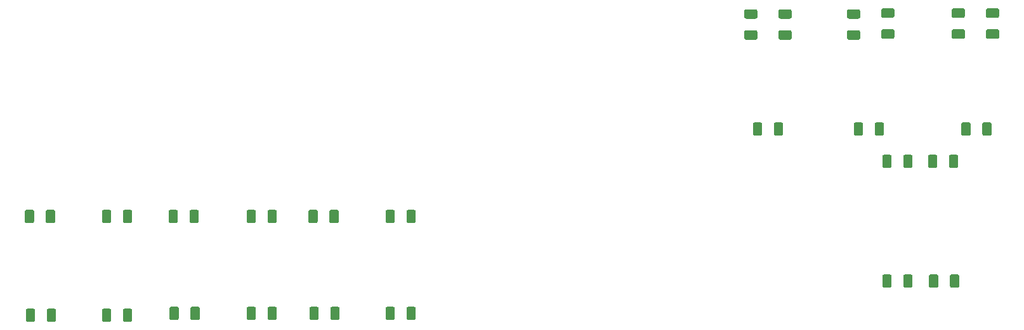
<source format=gbr>
G04 #@! TF.GenerationSoftware,KiCad,Pcbnew,5.0.2-bee76a0~70~ubuntu18.04.1*
G04 #@! TF.CreationDate,2019-11-03T19:36:50+01:00*
G04 #@! TF.ProjectId,AmpMeter,416d704d-6574-4657-922e-6b696361645f,rev?*
G04 #@! TF.SameCoordinates,Original*
G04 #@! TF.FileFunction,Paste,Top*
G04 #@! TF.FilePolarity,Positive*
%FSLAX46Y46*%
G04 Gerber Fmt 4.6, Leading zero omitted, Abs format (unit mm)*
G04 Created by KiCad (PCBNEW 5.0.2-bee76a0~70~ubuntu18.04.1) date So 03 Nov 2019 19:36:50 CET*
%MOMM*%
%LPD*%
G01*
G04 APERTURE LIST*
%ADD10C,0.100000*%
%ADD11C,1.250000*%
G04 APERTURE END LIST*
D10*
G04 #@! TO.C,R1*
G36*
X138959504Y-60594204D02*
X138983773Y-60597804D01*
X139007571Y-60603765D01*
X139030671Y-60612030D01*
X139052849Y-60622520D01*
X139073893Y-60635133D01*
X139093598Y-60649747D01*
X139111777Y-60666223D01*
X139128253Y-60684402D01*
X139142867Y-60704107D01*
X139155480Y-60725151D01*
X139165970Y-60747329D01*
X139174235Y-60770429D01*
X139180196Y-60794227D01*
X139183796Y-60818496D01*
X139185000Y-60843000D01*
X139185000Y-62093000D01*
X139183796Y-62117504D01*
X139180196Y-62141773D01*
X139174235Y-62165571D01*
X139165970Y-62188671D01*
X139155480Y-62210849D01*
X139142867Y-62231893D01*
X139128253Y-62251598D01*
X139111777Y-62269777D01*
X139093598Y-62286253D01*
X139073893Y-62300867D01*
X139052849Y-62313480D01*
X139030671Y-62323970D01*
X139007571Y-62332235D01*
X138983773Y-62338196D01*
X138959504Y-62341796D01*
X138935000Y-62343000D01*
X138185000Y-62343000D01*
X138160496Y-62341796D01*
X138136227Y-62338196D01*
X138112429Y-62332235D01*
X138089329Y-62323970D01*
X138067151Y-62313480D01*
X138046107Y-62300867D01*
X138026402Y-62286253D01*
X138008223Y-62269777D01*
X137991747Y-62251598D01*
X137977133Y-62231893D01*
X137964520Y-62210849D01*
X137954030Y-62188671D01*
X137945765Y-62165571D01*
X137939804Y-62141773D01*
X137936204Y-62117504D01*
X137935000Y-62093000D01*
X137935000Y-60843000D01*
X137936204Y-60818496D01*
X137939804Y-60794227D01*
X137945765Y-60770429D01*
X137954030Y-60747329D01*
X137964520Y-60725151D01*
X137977133Y-60704107D01*
X137991747Y-60684402D01*
X138008223Y-60666223D01*
X138026402Y-60649747D01*
X138046107Y-60635133D01*
X138067151Y-60622520D01*
X138089329Y-60612030D01*
X138112429Y-60603765D01*
X138136227Y-60597804D01*
X138160496Y-60594204D01*
X138185000Y-60593000D01*
X138935000Y-60593000D01*
X138959504Y-60594204D01*
X138959504Y-60594204D01*
G37*
D11*
X138560000Y-61468000D03*
D10*
G36*
X136159504Y-60594204D02*
X136183773Y-60597804D01*
X136207571Y-60603765D01*
X136230671Y-60612030D01*
X136252849Y-60622520D01*
X136273893Y-60635133D01*
X136293598Y-60649747D01*
X136311777Y-60666223D01*
X136328253Y-60684402D01*
X136342867Y-60704107D01*
X136355480Y-60725151D01*
X136365970Y-60747329D01*
X136374235Y-60770429D01*
X136380196Y-60794227D01*
X136383796Y-60818496D01*
X136385000Y-60843000D01*
X136385000Y-62093000D01*
X136383796Y-62117504D01*
X136380196Y-62141773D01*
X136374235Y-62165571D01*
X136365970Y-62188671D01*
X136355480Y-62210849D01*
X136342867Y-62231893D01*
X136328253Y-62251598D01*
X136311777Y-62269777D01*
X136293598Y-62286253D01*
X136273893Y-62300867D01*
X136252849Y-62313480D01*
X136230671Y-62323970D01*
X136207571Y-62332235D01*
X136183773Y-62338196D01*
X136159504Y-62341796D01*
X136135000Y-62343000D01*
X135385000Y-62343000D01*
X135360496Y-62341796D01*
X135336227Y-62338196D01*
X135312429Y-62332235D01*
X135289329Y-62323970D01*
X135267151Y-62313480D01*
X135246107Y-62300867D01*
X135226402Y-62286253D01*
X135208223Y-62269777D01*
X135191747Y-62251598D01*
X135177133Y-62231893D01*
X135164520Y-62210849D01*
X135154030Y-62188671D01*
X135145765Y-62165571D01*
X135139804Y-62141773D01*
X135136204Y-62117504D01*
X135135000Y-62093000D01*
X135135000Y-60843000D01*
X135136204Y-60818496D01*
X135139804Y-60794227D01*
X135145765Y-60770429D01*
X135154030Y-60747329D01*
X135164520Y-60725151D01*
X135177133Y-60704107D01*
X135191747Y-60684402D01*
X135208223Y-60666223D01*
X135226402Y-60649747D01*
X135246107Y-60635133D01*
X135267151Y-60622520D01*
X135289329Y-60612030D01*
X135312429Y-60603765D01*
X135336227Y-60597804D01*
X135360496Y-60594204D01*
X135385000Y-60593000D01*
X136135000Y-60593000D01*
X136159504Y-60594204D01*
X136159504Y-60594204D01*
G37*
D11*
X135760000Y-61468000D03*
G04 #@! TD*
D10*
G04 #@! TO.C,R2*
G36*
X145185504Y-60594204D02*
X145209773Y-60597804D01*
X145233571Y-60603765D01*
X145256671Y-60612030D01*
X145278849Y-60622520D01*
X145299893Y-60635133D01*
X145319598Y-60649747D01*
X145337777Y-60666223D01*
X145354253Y-60684402D01*
X145368867Y-60704107D01*
X145381480Y-60725151D01*
X145391970Y-60747329D01*
X145400235Y-60770429D01*
X145406196Y-60794227D01*
X145409796Y-60818496D01*
X145411000Y-60843000D01*
X145411000Y-62093000D01*
X145409796Y-62117504D01*
X145406196Y-62141773D01*
X145400235Y-62165571D01*
X145391970Y-62188671D01*
X145381480Y-62210849D01*
X145368867Y-62231893D01*
X145354253Y-62251598D01*
X145337777Y-62269777D01*
X145319598Y-62286253D01*
X145299893Y-62300867D01*
X145278849Y-62313480D01*
X145256671Y-62323970D01*
X145233571Y-62332235D01*
X145209773Y-62338196D01*
X145185504Y-62341796D01*
X145161000Y-62343000D01*
X144411000Y-62343000D01*
X144386496Y-62341796D01*
X144362227Y-62338196D01*
X144338429Y-62332235D01*
X144315329Y-62323970D01*
X144293151Y-62313480D01*
X144272107Y-62300867D01*
X144252402Y-62286253D01*
X144234223Y-62269777D01*
X144217747Y-62251598D01*
X144203133Y-62231893D01*
X144190520Y-62210849D01*
X144180030Y-62188671D01*
X144171765Y-62165571D01*
X144165804Y-62141773D01*
X144162204Y-62117504D01*
X144161000Y-62093000D01*
X144161000Y-60843000D01*
X144162204Y-60818496D01*
X144165804Y-60794227D01*
X144171765Y-60770429D01*
X144180030Y-60747329D01*
X144190520Y-60725151D01*
X144203133Y-60704107D01*
X144217747Y-60684402D01*
X144234223Y-60666223D01*
X144252402Y-60649747D01*
X144272107Y-60635133D01*
X144293151Y-60622520D01*
X144315329Y-60612030D01*
X144338429Y-60603765D01*
X144362227Y-60597804D01*
X144386496Y-60594204D01*
X144411000Y-60593000D01*
X145161000Y-60593000D01*
X145185504Y-60594204D01*
X145185504Y-60594204D01*
G37*
D11*
X144786000Y-61468000D03*
D10*
G36*
X142385504Y-60594204D02*
X142409773Y-60597804D01*
X142433571Y-60603765D01*
X142456671Y-60612030D01*
X142478849Y-60622520D01*
X142499893Y-60635133D01*
X142519598Y-60649747D01*
X142537777Y-60666223D01*
X142554253Y-60684402D01*
X142568867Y-60704107D01*
X142581480Y-60725151D01*
X142591970Y-60747329D01*
X142600235Y-60770429D01*
X142606196Y-60794227D01*
X142609796Y-60818496D01*
X142611000Y-60843000D01*
X142611000Y-62093000D01*
X142609796Y-62117504D01*
X142606196Y-62141773D01*
X142600235Y-62165571D01*
X142591970Y-62188671D01*
X142581480Y-62210849D01*
X142568867Y-62231893D01*
X142554253Y-62251598D01*
X142537777Y-62269777D01*
X142519598Y-62286253D01*
X142499893Y-62300867D01*
X142478849Y-62313480D01*
X142456671Y-62323970D01*
X142433571Y-62332235D01*
X142409773Y-62338196D01*
X142385504Y-62341796D01*
X142361000Y-62343000D01*
X141611000Y-62343000D01*
X141586496Y-62341796D01*
X141562227Y-62338196D01*
X141538429Y-62332235D01*
X141515329Y-62323970D01*
X141493151Y-62313480D01*
X141472107Y-62300867D01*
X141452402Y-62286253D01*
X141434223Y-62269777D01*
X141417747Y-62251598D01*
X141403133Y-62231893D01*
X141390520Y-62210849D01*
X141380030Y-62188671D01*
X141371765Y-62165571D01*
X141365804Y-62141773D01*
X141362204Y-62117504D01*
X141361000Y-62093000D01*
X141361000Y-60843000D01*
X141362204Y-60818496D01*
X141365804Y-60794227D01*
X141371765Y-60770429D01*
X141380030Y-60747329D01*
X141390520Y-60725151D01*
X141403133Y-60704107D01*
X141417747Y-60684402D01*
X141434223Y-60666223D01*
X141452402Y-60649747D01*
X141472107Y-60635133D01*
X141493151Y-60622520D01*
X141515329Y-60612030D01*
X141538429Y-60603765D01*
X141562227Y-60597804D01*
X141586496Y-60594204D01*
X141611000Y-60593000D01*
X142361000Y-60593000D01*
X142385504Y-60594204D01*
X142385504Y-60594204D01*
G37*
D11*
X141986000Y-61468000D03*
G04 #@! TD*
D10*
G04 #@! TO.C,R3*
G36*
X69865504Y-51958204D02*
X69889773Y-51961804D01*
X69913571Y-51967765D01*
X69936671Y-51976030D01*
X69958849Y-51986520D01*
X69979893Y-51999133D01*
X69999598Y-52013747D01*
X70017777Y-52030223D01*
X70034253Y-52048402D01*
X70048867Y-52068107D01*
X70061480Y-52089151D01*
X70071970Y-52111329D01*
X70080235Y-52134429D01*
X70086196Y-52158227D01*
X70089796Y-52182496D01*
X70091000Y-52207000D01*
X70091000Y-53457000D01*
X70089796Y-53481504D01*
X70086196Y-53505773D01*
X70080235Y-53529571D01*
X70071970Y-53552671D01*
X70061480Y-53574849D01*
X70048867Y-53595893D01*
X70034253Y-53615598D01*
X70017777Y-53633777D01*
X69999598Y-53650253D01*
X69979893Y-53664867D01*
X69958849Y-53677480D01*
X69936671Y-53687970D01*
X69913571Y-53696235D01*
X69889773Y-53702196D01*
X69865504Y-53705796D01*
X69841000Y-53707000D01*
X69091000Y-53707000D01*
X69066496Y-53705796D01*
X69042227Y-53702196D01*
X69018429Y-53696235D01*
X68995329Y-53687970D01*
X68973151Y-53677480D01*
X68952107Y-53664867D01*
X68932402Y-53650253D01*
X68914223Y-53633777D01*
X68897747Y-53615598D01*
X68883133Y-53595893D01*
X68870520Y-53574849D01*
X68860030Y-53552671D01*
X68851765Y-53529571D01*
X68845804Y-53505773D01*
X68842204Y-53481504D01*
X68841000Y-53457000D01*
X68841000Y-52207000D01*
X68842204Y-52182496D01*
X68845804Y-52158227D01*
X68851765Y-52134429D01*
X68860030Y-52111329D01*
X68870520Y-52089151D01*
X68883133Y-52068107D01*
X68897747Y-52048402D01*
X68914223Y-52030223D01*
X68932402Y-52013747D01*
X68952107Y-51999133D01*
X68973151Y-51986520D01*
X68995329Y-51976030D01*
X69018429Y-51967765D01*
X69042227Y-51961804D01*
X69066496Y-51958204D01*
X69091000Y-51957000D01*
X69841000Y-51957000D01*
X69865504Y-51958204D01*
X69865504Y-51958204D01*
G37*
D11*
X69466000Y-52832000D03*
D10*
G36*
X72665504Y-51958204D02*
X72689773Y-51961804D01*
X72713571Y-51967765D01*
X72736671Y-51976030D01*
X72758849Y-51986520D01*
X72779893Y-51999133D01*
X72799598Y-52013747D01*
X72817777Y-52030223D01*
X72834253Y-52048402D01*
X72848867Y-52068107D01*
X72861480Y-52089151D01*
X72871970Y-52111329D01*
X72880235Y-52134429D01*
X72886196Y-52158227D01*
X72889796Y-52182496D01*
X72891000Y-52207000D01*
X72891000Y-53457000D01*
X72889796Y-53481504D01*
X72886196Y-53505773D01*
X72880235Y-53529571D01*
X72871970Y-53552671D01*
X72861480Y-53574849D01*
X72848867Y-53595893D01*
X72834253Y-53615598D01*
X72817777Y-53633777D01*
X72799598Y-53650253D01*
X72779893Y-53664867D01*
X72758849Y-53677480D01*
X72736671Y-53687970D01*
X72713571Y-53696235D01*
X72689773Y-53702196D01*
X72665504Y-53705796D01*
X72641000Y-53707000D01*
X71891000Y-53707000D01*
X71866496Y-53705796D01*
X71842227Y-53702196D01*
X71818429Y-53696235D01*
X71795329Y-53687970D01*
X71773151Y-53677480D01*
X71752107Y-53664867D01*
X71732402Y-53650253D01*
X71714223Y-53633777D01*
X71697747Y-53615598D01*
X71683133Y-53595893D01*
X71670520Y-53574849D01*
X71660030Y-53552671D01*
X71651765Y-53529571D01*
X71645804Y-53505773D01*
X71642204Y-53481504D01*
X71641000Y-53457000D01*
X71641000Y-52207000D01*
X71642204Y-52182496D01*
X71645804Y-52158227D01*
X71651765Y-52134429D01*
X71660030Y-52111329D01*
X71670520Y-52089151D01*
X71683133Y-52068107D01*
X71697747Y-52048402D01*
X71714223Y-52030223D01*
X71732402Y-52013747D01*
X71752107Y-51999133D01*
X71773151Y-51986520D01*
X71795329Y-51976030D01*
X71818429Y-51967765D01*
X71842227Y-51961804D01*
X71866496Y-51958204D01*
X71891000Y-51957000D01*
X72641000Y-51957000D01*
X72665504Y-51958204D01*
X72665504Y-51958204D01*
G37*
D11*
X72266000Y-52832000D03*
G04 #@! TD*
D10*
G04 #@! TO.C,R4*
G36*
X59575504Y-51958204D02*
X59599773Y-51961804D01*
X59623571Y-51967765D01*
X59646671Y-51976030D01*
X59668849Y-51986520D01*
X59689893Y-51999133D01*
X59709598Y-52013747D01*
X59727777Y-52030223D01*
X59744253Y-52048402D01*
X59758867Y-52068107D01*
X59771480Y-52089151D01*
X59781970Y-52111329D01*
X59790235Y-52134429D01*
X59796196Y-52158227D01*
X59799796Y-52182496D01*
X59801000Y-52207000D01*
X59801000Y-53457000D01*
X59799796Y-53481504D01*
X59796196Y-53505773D01*
X59790235Y-53529571D01*
X59781970Y-53552671D01*
X59771480Y-53574849D01*
X59758867Y-53595893D01*
X59744253Y-53615598D01*
X59727777Y-53633777D01*
X59709598Y-53650253D01*
X59689893Y-53664867D01*
X59668849Y-53677480D01*
X59646671Y-53687970D01*
X59623571Y-53696235D01*
X59599773Y-53702196D01*
X59575504Y-53705796D01*
X59551000Y-53707000D01*
X58801000Y-53707000D01*
X58776496Y-53705796D01*
X58752227Y-53702196D01*
X58728429Y-53696235D01*
X58705329Y-53687970D01*
X58683151Y-53677480D01*
X58662107Y-53664867D01*
X58642402Y-53650253D01*
X58624223Y-53633777D01*
X58607747Y-53615598D01*
X58593133Y-53595893D01*
X58580520Y-53574849D01*
X58570030Y-53552671D01*
X58561765Y-53529571D01*
X58555804Y-53505773D01*
X58552204Y-53481504D01*
X58551000Y-53457000D01*
X58551000Y-52207000D01*
X58552204Y-52182496D01*
X58555804Y-52158227D01*
X58561765Y-52134429D01*
X58570030Y-52111329D01*
X58580520Y-52089151D01*
X58593133Y-52068107D01*
X58607747Y-52048402D01*
X58624223Y-52030223D01*
X58642402Y-52013747D01*
X58662107Y-51999133D01*
X58683151Y-51986520D01*
X58705329Y-51976030D01*
X58728429Y-51967765D01*
X58752227Y-51961804D01*
X58776496Y-51958204D01*
X58801000Y-51957000D01*
X59551000Y-51957000D01*
X59575504Y-51958204D01*
X59575504Y-51958204D01*
G37*
D11*
X59176000Y-52832000D03*
D10*
G36*
X62375504Y-51958204D02*
X62399773Y-51961804D01*
X62423571Y-51967765D01*
X62446671Y-51976030D01*
X62468849Y-51986520D01*
X62489893Y-51999133D01*
X62509598Y-52013747D01*
X62527777Y-52030223D01*
X62544253Y-52048402D01*
X62558867Y-52068107D01*
X62571480Y-52089151D01*
X62581970Y-52111329D01*
X62590235Y-52134429D01*
X62596196Y-52158227D01*
X62599796Y-52182496D01*
X62601000Y-52207000D01*
X62601000Y-53457000D01*
X62599796Y-53481504D01*
X62596196Y-53505773D01*
X62590235Y-53529571D01*
X62581970Y-53552671D01*
X62571480Y-53574849D01*
X62558867Y-53595893D01*
X62544253Y-53615598D01*
X62527777Y-53633777D01*
X62509598Y-53650253D01*
X62489893Y-53664867D01*
X62468849Y-53677480D01*
X62446671Y-53687970D01*
X62423571Y-53696235D01*
X62399773Y-53702196D01*
X62375504Y-53705796D01*
X62351000Y-53707000D01*
X61601000Y-53707000D01*
X61576496Y-53705796D01*
X61552227Y-53702196D01*
X61528429Y-53696235D01*
X61505329Y-53687970D01*
X61483151Y-53677480D01*
X61462107Y-53664867D01*
X61442402Y-53650253D01*
X61424223Y-53633777D01*
X61407747Y-53615598D01*
X61393133Y-53595893D01*
X61380520Y-53574849D01*
X61370030Y-53552671D01*
X61361765Y-53529571D01*
X61355804Y-53505773D01*
X61352204Y-53481504D01*
X61351000Y-53457000D01*
X61351000Y-52207000D01*
X61352204Y-52182496D01*
X61355804Y-52158227D01*
X61361765Y-52134429D01*
X61370030Y-52111329D01*
X61380520Y-52089151D01*
X61393133Y-52068107D01*
X61407747Y-52048402D01*
X61424223Y-52030223D01*
X61442402Y-52013747D01*
X61462107Y-51999133D01*
X61483151Y-51986520D01*
X61505329Y-51976030D01*
X61528429Y-51967765D01*
X61552227Y-51961804D01*
X61576496Y-51958204D01*
X61601000Y-51957000D01*
X62351000Y-51957000D01*
X62375504Y-51958204D01*
X62375504Y-51958204D01*
G37*
D11*
X61976000Y-52832000D03*
G04 #@! TD*
D10*
G04 #@! TO.C,R5*
G36*
X51323504Y-51958204D02*
X51347773Y-51961804D01*
X51371571Y-51967765D01*
X51394671Y-51976030D01*
X51416849Y-51986520D01*
X51437893Y-51999133D01*
X51457598Y-52013747D01*
X51475777Y-52030223D01*
X51492253Y-52048402D01*
X51506867Y-52068107D01*
X51519480Y-52089151D01*
X51529970Y-52111329D01*
X51538235Y-52134429D01*
X51544196Y-52158227D01*
X51547796Y-52182496D01*
X51549000Y-52207000D01*
X51549000Y-53457000D01*
X51547796Y-53481504D01*
X51544196Y-53505773D01*
X51538235Y-53529571D01*
X51529970Y-53552671D01*
X51519480Y-53574849D01*
X51506867Y-53595893D01*
X51492253Y-53615598D01*
X51475777Y-53633777D01*
X51457598Y-53650253D01*
X51437893Y-53664867D01*
X51416849Y-53677480D01*
X51394671Y-53687970D01*
X51371571Y-53696235D01*
X51347773Y-53702196D01*
X51323504Y-53705796D01*
X51299000Y-53707000D01*
X50549000Y-53707000D01*
X50524496Y-53705796D01*
X50500227Y-53702196D01*
X50476429Y-53696235D01*
X50453329Y-53687970D01*
X50431151Y-53677480D01*
X50410107Y-53664867D01*
X50390402Y-53650253D01*
X50372223Y-53633777D01*
X50355747Y-53615598D01*
X50341133Y-53595893D01*
X50328520Y-53574849D01*
X50318030Y-53552671D01*
X50309765Y-53529571D01*
X50303804Y-53505773D01*
X50300204Y-53481504D01*
X50299000Y-53457000D01*
X50299000Y-52207000D01*
X50300204Y-52182496D01*
X50303804Y-52158227D01*
X50309765Y-52134429D01*
X50318030Y-52111329D01*
X50328520Y-52089151D01*
X50341133Y-52068107D01*
X50355747Y-52048402D01*
X50372223Y-52030223D01*
X50390402Y-52013747D01*
X50410107Y-51999133D01*
X50431151Y-51986520D01*
X50453329Y-51976030D01*
X50476429Y-51967765D01*
X50500227Y-51961804D01*
X50524496Y-51958204D01*
X50549000Y-51957000D01*
X51299000Y-51957000D01*
X51323504Y-51958204D01*
X51323504Y-51958204D01*
G37*
D11*
X50924000Y-52832000D03*
D10*
G36*
X54123504Y-51958204D02*
X54147773Y-51961804D01*
X54171571Y-51967765D01*
X54194671Y-51976030D01*
X54216849Y-51986520D01*
X54237893Y-51999133D01*
X54257598Y-52013747D01*
X54275777Y-52030223D01*
X54292253Y-52048402D01*
X54306867Y-52068107D01*
X54319480Y-52089151D01*
X54329970Y-52111329D01*
X54338235Y-52134429D01*
X54344196Y-52158227D01*
X54347796Y-52182496D01*
X54349000Y-52207000D01*
X54349000Y-53457000D01*
X54347796Y-53481504D01*
X54344196Y-53505773D01*
X54338235Y-53529571D01*
X54329970Y-53552671D01*
X54319480Y-53574849D01*
X54306867Y-53595893D01*
X54292253Y-53615598D01*
X54275777Y-53633777D01*
X54257598Y-53650253D01*
X54237893Y-53664867D01*
X54216849Y-53677480D01*
X54194671Y-53687970D01*
X54171571Y-53696235D01*
X54147773Y-53702196D01*
X54123504Y-53705796D01*
X54099000Y-53707000D01*
X53349000Y-53707000D01*
X53324496Y-53705796D01*
X53300227Y-53702196D01*
X53276429Y-53696235D01*
X53253329Y-53687970D01*
X53231151Y-53677480D01*
X53210107Y-53664867D01*
X53190402Y-53650253D01*
X53172223Y-53633777D01*
X53155747Y-53615598D01*
X53141133Y-53595893D01*
X53128520Y-53574849D01*
X53118030Y-53552671D01*
X53109765Y-53529571D01*
X53103804Y-53505773D01*
X53100204Y-53481504D01*
X53099000Y-53457000D01*
X53099000Y-52207000D01*
X53100204Y-52182496D01*
X53103804Y-52158227D01*
X53109765Y-52134429D01*
X53118030Y-52111329D01*
X53128520Y-52089151D01*
X53141133Y-52068107D01*
X53155747Y-52048402D01*
X53172223Y-52030223D01*
X53190402Y-52013747D01*
X53210107Y-51999133D01*
X53231151Y-51986520D01*
X53253329Y-51976030D01*
X53276429Y-51967765D01*
X53300227Y-51961804D01*
X53324496Y-51958204D01*
X53349000Y-51957000D01*
X54099000Y-51957000D01*
X54123504Y-51958204D01*
X54123504Y-51958204D01*
G37*
D11*
X53724000Y-52832000D03*
G04 #@! TD*
D10*
G04 #@! TO.C,R6*
G36*
X40909504Y-51958204D02*
X40933773Y-51961804D01*
X40957571Y-51967765D01*
X40980671Y-51976030D01*
X41002849Y-51986520D01*
X41023893Y-51999133D01*
X41043598Y-52013747D01*
X41061777Y-52030223D01*
X41078253Y-52048402D01*
X41092867Y-52068107D01*
X41105480Y-52089151D01*
X41115970Y-52111329D01*
X41124235Y-52134429D01*
X41130196Y-52158227D01*
X41133796Y-52182496D01*
X41135000Y-52207000D01*
X41135000Y-53457000D01*
X41133796Y-53481504D01*
X41130196Y-53505773D01*
X41124235Y-53529571D01*
X41115970Y-53552671D01*
X41105480Y-53574849D01*
X41092867Y-53595893D01*
X41078253Y-53615598D01*
X41061777Y-53633777D01*
X41043598Y-53650253D01*
X41023893Y-53664867D01*
X41002849Y-53677480D01*
X40980671Y-53687970D01*
X40957571Y-53696235D01*
X40933773Y-53702196D01*
X40909504Y-53705796D01*
X40885000Y-53707000D01*
X40135000Y-53707000D01*
X40110496Y-53705796D01*
X40086227Y-53702196D01*
X40062429Y-53696235D01*
X40039329Y-53687970D01*
X40017151Y-53677480D01*
X39996107Y-53664867D01*
X39976402Y-53650253D01*
X39958223Y-53633777D01*
X39941747Y-53615598D01*
X39927133Y-53595893D01*
X39914520Y-53574849D01*
X39904030Y-53552671D01*
X39895765Y-53529571D01*
X39889804Y-53505773D01*
X39886204Y-53481504D01*
X39885000Y-53457000D01*
X39885000Y-52207000D01*
X39886204Y-52182496D01*
X39889804Y-52158227D01*
X39895765Y-52134429D01*
X39904030Y-52111329D01*
X39914520Y-52089151D01*
X39927133Y-52068107D01*
X39941747Y-52048402D01*
X39958223Y-52030223D01*
X39976402Y-52013747D01*
X39996107Y-51999133D01*
X40017151Y-51986520D01*
X40039329Y-51976030D01*
X40062429Y-51967765D01*
X40086227Y-51961804D01*
X40110496Y-51958204D01*
X40135000Y-51957000D01*
X40885000Y-51957000D01*
X40909504Y-51958204D01*
X40909504Y-51958204D01*
G37*
D11*
X40510000Y-52832000D03*
D10*
G36*
X43709504Y-51958204D02*
X43733773Y-51961804D01*
X43757571Y-51967765D01*
X43780671Y-51976030D01*
X43802849Y-51986520D01*
X43823893Y-51999133D01*
X43843598Y-52013747D01*
X43861777Y-52030223D01*
X43878253Y-52048402D01*
X43892867Y-52068107D01*
X43905480Y-52089151D01*
X43915970Y-52111329D01*
X43924235Y-52134429D01*
X43930196Y-52158227D01*
X43933796Y-52182496D01*
X43935000Y-52207000D01*
X43935000Y-53457000D01*
X43933796Y-53481504D01*
X43930196Y-53505773D01*
X43924235Y-53529571D01*
X43915970Y-53552671D01*
X43905480Y-53574849D01*
X43892867Y-53595893D01*
X43878253Y-53615598D01*
X43861777Y-53633777D01*
X43843598Y-53650253D01*
X43823893Y-53664867D01*
X43802849Y-53677480D01*
X43780671Y-53687970D01*
X43757571Y-53696235D01*
X43733773Y-53702196D01*
X43709504Y-53705796D01*
X43685000Y-53707000D01*
X42935000Y-53707000D01*
X42910496Y-53705796D01*
X42886227Y-53702196D01*
X42862429Y-53696235D01*
X42839329Y-53687970D01*
X42817151Y-53677480D01*
X42796107Y-53664867D01*
X42776402Y-53650253D01*
X42758223Y-53633777D01*
X42741747Y-53615598D01*
X42727133Y-53595893D01*
X42714520Y-53574849D01*
X42704030Y-53552671D01*
X42695765Y-53529571D01*
X42689804Y-53505773D01*
X42686204Y-53481504D01*
X42685000Y-53457000D01*
X42685000Y-52207000D01*
X42686204Y-52182496D01*
X42689804Y-52158227D01*
X42695765Y-52134429D01*
X42704030Y-52111329D01*
X42714520Y-52089151D01*
X42727133Y-52068107D01*
X42741747Y-52048402D01*
X42758223Y-52030223D01*
X42776402Y-52013747D01*
X42796107Y-51999133D01*
X42817151Y-51986520D01*
X42839329Y-51976030D01*
X42862429Y-51967765D01*
X42886227Y-51961804D01*
X42910496Y-51958204D01*
X42935000Y-51957000D01*
X43685000Y-51957000D01*
X43709504Y-51958204D01*
X43709504Y-51958204D01*
G37*
D11*
X43310000Y-52832000D03*
G04 #@! TD*
D10*
G04 #@! TO.C,R7*
G36*
X32019504Y-51958204D02*
X32043773Y-51961804D01*
X32067571Y-51967765D01*
X32090671Y-51976030D01*
X32112849Y-51986520D01*
X32133893Y-51999133D01*
X32153598Y-52013747D01*
X32171777Y-52030223D01*
X32188253Y-52048402D01*
X32202867Y-52068107D01*
X32215480Y-52089151D01*
X32225970Y-52111329D01*
X32234235Y-52134429D01*
X32240196Y-52158227D01*
X32243796Y-52182496D01*
X32245000Y-52207000D01*
X32245000Y-53457000D01*
X32243796Y-53481504D01*
X32240196Y-53505773D01*
X32234235Y-53529571D01*
X32225970Y-53552671D01*
X32215480Y-53574849D01*
X32202867Y-53595893D01*
X32188253Y-53615598D01*
X32171777Y-53633777D01*
X32153598Y-53650253D01*
X32133893Y-53664867D01*
X32112849Y-53677480D01*
X32090671Y-53687970D01*
X32067571Y-53696235D01*
X32043773Y-53702196D01*
X32019504Y-53705796D01*
X31995000Y-53707000D01*
X31245000Y-53707000D01*
X31220496Y-53705796D01*
X31196227Y-53702196D01*
X31172429Y-53696235D01*
X31149329Y-53687970D01*
X31127151Y-53677480D01*
X31106107Y-53664867D01*
X31086402Y-53650253D01*
X31068223Y-53633777D01*
X31051747Y-53615598D01*
X31037133Y-53595893D01*
X31024520Y-53574849D01*
X31014030Y-53552671D01*
X31005765Y-53529571D01*
X30999804Y-53505773D01*
X30996204Y-53481504D01*
X30995000Y-53457000D01*
X30995000Y-52207000D01*
X30996204Y-52182496D01*
X30999804Y-52158227D01*
X31005765Y-52134429D01*
X31014030Y-52111329D01*
X31024520Y-52089151D01*
X31037133Y-52068107D01*
X31051747Y-52048402D01*
X31068223Y-52030223D01*
X31086402Y-52013747D01*
X31106107Y-51999133D01*
X31127151Y-51986520D01*
X31149329Y-51976030D01*
X31172429Y-51967765D01*
X31196227Y-51961804D01*
X31220496Y-51958204D01*
X31245000Y-51957000D01*
X31995000Y-51957000D01*
X32019504Y-51958204D01*
X32019504Y-51958204D01*
G37*
D11*
X31620000Y-52832000D03*
D10*
G36*
X34819504Y-51958204D02*
X34843773Y-51961804D01*
X34867571Y-51967765D01*
X34890671Y-51976030D01*
X34912849Y-51986520D01*
X34933893Y-51999133D01*
X34953598Y-52013747D01*
X34971777Y-52030223D01*
X34988253Y-52048402D01*
X35002867Y-52068107D01*
X35015480Y-52089151D01*
X35025970Y-52111329D01*
X35034235Y-52134429D01*
X35040196Y-52158227D01*
X35043796Y-52182496D01*
X35045000Y-52207000D01*
X35045000Y-53457000D01*
X35043796Y-53481504D01*
X35040196Y-53505773D01*
X35034235Y-53529571D01*
X35025970Y-53552671D01*
X35015480Y-53574849D01*
X35002867Y-53595893D01*
X34988253Y-53615598D01*
X34971777Y-53633777D01*
X34953598Y-53650253D01*
X34933893Y-53664867D01*
X34912849Y-53677480D01*
X34890671Y-53687970D01*
X34867571Y-53696235D01*
X34843773Y-53702196D01*
X34819504Y-53705796D01*
X34795000Y-53707000D01*
X34045000Y-53707000D01*
X34020496Y-53705796D01*
X33996227Y-53702196D01*
X33972429Y-53696235D01*
X33949329Y-53687970D01*
X33927151Y-53677480D01*
X33906107Y-53664867D01*
X33886402Y-53650253D01*
X33868223Y-53633777D01*
X33851747Y-53615598D01*
X33837133Y-53595893D01*
X33824520Y-53574849D01*
X33814030Y-53552671D01*
X33805765Y-53529571D01*
X33799804Y-53505773D01*
X33796204Y-53481504D01*
X33795000Y-53457000D01*
X33795000Y-52207000D01*
X33796204Y-52182496D01*
X33799804Y-52158227D01*
X33805765Y-52134429D01*
X33814030Y-52111329D01*
X33824520Y-52089151D01*
X33837133Y-52068107D01*
X33851747Y-52048402D01*
X33868223Y-52030223D01*
X33886402Y-52013747D01*
X33906107Y-51999133D01*
X33927151Y-51986520D01*
X33949329Y-51976030D01*
X33972429Y-51967765D01*
X33996227Y-51961804D01*
X34020496Y-51958204D01*
X34045000Y-51957000D01*
X34795000Y-51957000D01*
X34819504Y-51958204D01*
X34819504Y-51958204D01*
G37*
D11*
X34420000Y-52832000D03*
G04 #@! TD*
D10*
G04 #@! TO.C,R8*
G36*
X21729504Y-51958204D02*
X21753773Y-51961804D01*
X21777571Y-51967765D01*
X21800671Y-51976030D01*
X21822849Y-51986520D01*
X21843893Y-51999133D01*
X21863598Y-52013747D01*
X21881777Y-52030223D01*
X21898253Y-52048402D01*
X21912867Y-52068107D01*
X21925480Y-52089151D01*
X21935970Y-52111329D01*
X21944235Y-52134429D01*
X21950196Y-52158227D01*
X21953796Y-52182496D01*
X21955000Y-52207000D01*
X21955000Y-53457000D01*
X21953796Y-53481504D01*
X21950196Y-53505773D01*
X21944235Y-53529571D01*
X21935970Y-53552671D01*
X21925480Y-53574849D01*
X21912867Y-53595893D01*
X21898253Y-53615598D01*
X21881777Y-53633777D01*
X21863598Y-53650253D01*
X21843893Y-53664867D01*
X21822849Y-53677480D01*
X21800671Y-53687970D01*
X21777571Y-53696235D01*
X21753773Y-53702196D01*
X21729504Y-53705796D01*
X21705000Y-53707000D01*
X20955000Y-53707000D01*
X20930496Y-53705796D01*
X20906227Y-53702196D01*
X20882429Y-53696235D01*
X20859329Y-53687970D01*
X20837151Y-53677480D01*
X20816107Y-53664867D01*
X20796402Y-53650253D01*
X20778223Y-53633777D01*
X20761747Y-53615598D01*
X20747133Y-53595893D01*
X20734520Y-53574849D01*
X20724030Y-53552671D01*
X20715765Y-53529571D01*
X20709804Y-53505773D01*
X20706204Y-53481504D01*
X20705000Y-53457000D01*
X20705000Y-52207000D01*
X20706204Y-52182496D01*
X20709804Y-52158227D01*
X20715765Y-52134429D01*
X20724030Y-52111329D01*
X20734520Y-52089151D01*
X20747133Y-52068107D01*
X20761747Y-52048402D01*
X20778223Y-52030223D01*
X20796402Y-52013747D01*
X20816107Y-51999133D01*
X20837151Y-51986520D01*
X20859329Y-51976030D01*
X20882429Y-51967765D01*
X20906227Y-51961804D01*
X20930496Y-51958204D01*
X20955000Y-51957000D01*
X21705000Y-51957000D01*
X21729504Y-51958204D01*
X21729504Y-51958204D01*
G37*
D11*
X21330000Y-52832000D03*
D10*
G36*
X24529504Y-51958204D02*
X24553773Y-51961804D01*
X24577571Y-51967765D01*
X24600671Y-51976030D01*
X24622849Y-51986520D01*
X24643893Y-51999133D01*
X24663598Y-52013747D01*
X24681777Y-52030223D01*
X24698253Y-52048402D01*
X24712867Y-52068107D01*
X24725480Y-52089151D01*
X24735970Y-52111329D01*
X24744235Y-52134429D01*
X24750196Y-52158227D01*
X24753796Y-52182496D01*
X24755000Y-52207000D01*
X24755000Y-53457000D01*
X24753796Y-53481504D01*
X24750196Y-53505773D01*
X24744235Y-53529571D01*
X24735970Y-53552671D01*
X24725480Y-53574849D01*
X24712867Y-53595893D01*
X24698253Y-53615598D01*
X24681777Y-53633777D01*
X24663598Y-53650253D01*
X24643893Y-53664867D01*
X24622849Y-53677480D01*
X24600671Y-53687970D01*
X24577571Y-53696235D01*
X24553773Y-53702196D01*
X24529504Y-53705796D01*
X24505000Y-53707000D01*
X23755000Y-53707000D01*
X23730496Y-53705796D01*
X23706227Y-53702196D01*
X23682429Y-53696235D01*
X23659329Y-53687970D01*
X23637151Y-53677480D01*
X23616107Y-53664867D01*
X23596402Y-53650253D01*
X23578223Y-53633777D01*
X23561747Y-53615598D01*
X23547133Y-53595893D01*
X23534520Y-53574849D01*
X23524030Y-53552671D01*
X23515765Y-53529571D01*
X23509804Y-53505773D01*
X23506204Y-53481504D01*
X23505000Y-53457000D01*
X23505000Y-52207000D01*
X23506204Y-52182496D01*
X23509804Y-52158227D01*
X23515765Y-52134429D01*
X23524030Y-52111329D01*
X23534520Y-52089151D01*
X23547133Y-52068107D01*
X23561747Y-52048402D01*
X23578223Y-52030223D01*
X23596402Y-52013747D01*
X23616107Y-51999133D01*
X23637151Y-51986520D01*
X23659329Y-51976030D01*
X23682429Y-51967765D01*
X23706227Y-51961804D01*
X23730496Y-51958204D01*
X23755000Y-51957000D01*
X24505000Y-51957000D01*
X24529504Y-51958204D01*
X24529504Y-51958204D01*
G37*
D11*
X24130000Y-52832000D03*
G04 #@! TD*
D10*
G04 #@! TO.C,R9*
G36*
X138959504Y-44592204D02*
X138983773Y-44595804D01*
X139007571Y-44601765D01*
X139030671Y-44610030D01*
X139052849Y-44620520D01*
X139073893Y-44633133D01*
X139093598Y-44647747D01*
X139111777Y-44664223D01*
X139128253Y-44682402D01*
X139142867Y-44702107D01*
X139155480Y-44723151D01*
X139165970Y-44745329D01*
X139174235Y-44768429D01*
X139180196Y-44792227D01*
X139183796Y-44816496D01*
X139185000Y-44841000D01*
X139185000Y-46091000D01*
X139183796Y-46115504D01*
X139180196Y-46139773D01*
X139174235Y-46163571D01*
X139165970Y-46186671D01*
X139155480Y-46208849D01*
X139142867Y-46229893D01*
X139128253Y-46249598D01*
X139111777Y-46267777D01*
X139093598Y-46284253D01*
X139073893Y-46298867D01*
X139052849Y-46311480D01*
X139030671Y-46321970D01*
X139007571Y-46330235D01*
X138983773Y-46336196D01*
X138959504Y-46339796D01*
X138935000Y-46341000D01*
X138185000Y-46341000D01*
X138160496Y-46339796D01*
X138136227Y-46336196D01*
X138112429Y-46330235D01*
X138089329Y-46321970D01*
X138067151Y-46311480D01*
X138046107Y-46298867D01*
X138026402Y-46284253D01*
X138008223Y-46267777D01*
X137991747Y-46249598D01*
X137977133Y-46229893D01*
X137964520Y-46208849D01*
X137954030Y-46186671D01*
X137945765Y-46163571D01*
X137939804Y-46139773D01*
X137936204Y-46115504D01*
X137935000Y-46091000D01*
X137935000Y-44841000D01*
X137936204Y-44816496D01*
X137939804Y-44792227D01*
X137945765Y-44768429D01*
X137954030Y-44745329D01*
X137964520Y-44723151D01*
X137977133Y-44702107D01*
X137991747Y-44682402D01*
X138008223Y-44664223D01*
X138026402Y-44647747D01*
X138046107Y-44633133D01*
X138067151Y-44620520D01*
X138089329Y-44610030D01*
X138112429Y-44601765D01*
X138136227Y-44595804D01*
X138160496Y-44592204D01*
X138185000Y-44591000D01*
X138935000Y-44591000D01*
X138959504Y-44592204D01*
X138959504Y-44592204D01*
G37*
D11*
X138560000Y-45466000D03*
D10*
G36*
X136159504Y-44592204D02*
X136183773Y-44595804D01*
X136207571Y-44601765D01*
X136230671Y-44610030D01*
X136252849Y-44620520D01*
X136273893Y-44633133D01*
X136293598Y-44647747D01*
X136311777Y-44664223D01*
X136328253Y-44682402D01*
X136342867Y-44702107D01*
X136355480Y-44723151D01*
X136365970Y-44745329D01*
X136374235Y-44768429D01*
X136380196Y-44792227D01*
X136383796Y-44816496D01*
X136385000Y-44841000D01*
X136385000Y-46091000D01*
X136383796Y-46115504D01*
X136380196Y-46139773D01*
X136374235Y-46163571D01*
X136365970Y-46186671D01*
X136355480Y-46208849D01*
X136342867Y-46229893D01*
X136328253Y-46249598D01*
X136311777Y-46267777D01*
X136293598Y-46284253D01*
X136273893Y-46298867D01*
X136252849Y-46311480D01*
X136230671Y-46321970D01*
X136207571Y-46330235D01*
X136183773Y-46336196D01*
X136159504Y-46339796D01*
X136135000Y-46341000D01*
X135385000Y-46341000D01*
X135360496Y-46339796D01*
X135336227Y-46336196D01*
X135312429Y-46330235D01*
X135289329Y-46321970D01*
X135267151Y-46311480D01*
X135246107Y-46298867D01*
X135226402Y-46284253D01*
X135208223Y-46267777D01*
X135191747Y-46249598D01*
X135177133Y-46229893D01*
X135164520Y-46208849D01*
X135154030Y-46186671D01*
X135145765Y-46163571D01*
X135139804Y-46139773D01*
X135136204Y-46115504D01*
X135135000Y-46091000D01*
X135135000Y-44841000D01*
X135136204Y-44816496D01*
X135139804Y-44792227D01*
X135145765Y-44768429D01*
X135154030Y-44745329D01*
X135164520Y-44723151D01*
X135177133Y-44702107D01*
X135191747Y-44682402D01*
X135208223Y-44664223D01*
X135226402Y-44647747D01*
X135246107Y-44633133D01*
X135267151Y-44620520D01*
X135289329Y-44610030D01*
X135312429Y-44601765D01*
X135336227Y-44595804D01*
X135360496Y-44592204D01*
X135385000Y-44591000D01*
X136135000Y-44591000D01*
X136159504Y-44592204D01*
X136159504Y-44592204D01*
G37*
D11*
X135760000Y-45466000D03*
G04 #@! TD*
D10*
G04 #@! TO.C,R10*
G36*
X142255504Y-44592204D02*
X142279773Y-44595804D01*
X142303571Y-44601765D01*
X142326671Y-44610030D01*
X142348849Y-44620520D01*
X142369893Y-44633133D01*
X142389598Y-44647747D01*
X142407777Y-44664223D01*
X142424253Y-44682402D01*
X142438867Y-44702107D01*
X142451480Y-44723151D01*
X142461970Y-44745329D01*
X142470235Y-44768429D01*
X142476196Y-44792227D01*
X142479796Y-44816496D01*
X142481000Y-44841000D01*
X142481000Y-46091000D01*
X142479796Y-46115504D01*
X142476196Y-46139773D01*
X142470235Y-46163571D01*
X142461970Y-46186671D01*
X142451480Y-46208849D01*
X142438867Y-46229893D01*
X142424253Y-46249598D01*
X142407777Y-46267777D01*
X142389598Y-46284253D01*
X142369893Y-46298867D01*
X142348849Y-46311480D01*
X142326671Y-46321970D01*
X142303571Y-46330235D01*
X142279773Y-46336196D01*
X142255504Y-46339796D01*
X142231000Y-46341000D01*
X141481000Y-46341000D01*
X141456496Y-46339796D01*
X141432227Y-46336196D01*
X141408429Y-46330235D01*
X141385329Y-46321970D01*
X141363151Y-46311480D01*
X141342107Y-46298867D01*
X141322402Y-46284253D01*
X141304223Y-46267777D01*
X141287747Y-46249598D01*
X141273133Y-46229893D01*
X141260520Y-46208849D01*
X141250030Y-46186671D01*
X141241765Y-46163571D01*
X141235804Y-46139773D01*
X141232204Y-46115504D01*
X141231000Y-46091000D01*
X141231000Y-44841000D01*
X141232204Y-44816496D01*
X141235804Y-44792227D01*
X141241765Y-44768429D01*
X141250030Y-44745329D01*
X141260520Y-44723151D01*
X141273133Y-44702107D01*
X141287747Y-44682402D01*
X141304223Y-44664223D01*
X141322402Y-44647747D01*
X141342107Y-44633133D01*
X141363151Y-44620520D01*
X141385329Y-44610030D01*
X141408429Y-44601765D01*
X141432227Y-44595804D01*
X141456496Y-44592204D01*
X141481000Y-44591000D01*
X142231000Y-44591000D01*
X142255504Y-44592204D01*
X142255504Y-44592204D01*
G37*
D11*
X141856000Y-45466000D03*
D10*
G36*
X145055504Y-44592204D02*
X145079773Y-44595804D01*
X145103571Y-44601765D01*
X145126671Y-44610030D01*
X145148849Y-44620520D01*
X145169893Y-44633133D01*
X145189598Y-44647747D01*
X145207777Y-44664223D01*
X145224253Y-44682402D01*
X145238867Y-44702107D01*
X145251480Y-44723151D01*
X145261970Y-44745329D01*
X145270235Y-44768429D01*
X145276196Y-44792227D01*
X145279796Y-44816496D01*
X145281000Y-44841000D01*
X145281000Y-46091000D01*
X145279796Y-46115504D01*
X145276196Y-46139773D01*
X145270235Y-46163571D01*
X145261970Y-46186671D01*
X145251480Y-46208849D01*
X145238867Y-46229893D01*
X145224253Y-46249598D01*
X145207777Y-46267777D01*
X145189598Y-46284253D01*
X145169893Y-46298867D01*
X145148849Y-46311480D01*
X145126671Y-46321970D01*
X145103571Y-46330235D01*
X145079773Y-46336196D01*
X145055504Y-46339796D01*
X145031000Y-46341000D01*
X144281000Y-46341000D01*
X144256496Y-46339796D01*
X144232227Y-46336196D01*
X144208429Y-46330235D01*
X144185329Y-46321970D01*
X144163151Y-46311480D01*
X144142107Y-46298867D01*
X144122402Y-46284253D01*
X144104223Y-46267777D01*
X144087747Y-46249598D01*
X144073133Y-46229893D01*
X144060520Y-46208849D01*
X144050030Y-46186671D01*
X144041765Y-46163571D01*
X144035804Y-46139773D01*
X144032204Y-46115504D01*
X144031000Y-46091000D01*
X144031000Y-44841000D01*
X144032204Y-44816496D01*
X144035804Y-44792227D01*
X144041765Y-44768429D01*
X144050030Y-44745329D01*
X144060520Y-44723151D01*
X144073133Y-44702107D01*
X144087747Y-44682402D01*
X144104223Y-44664223D01*
X144122402Y-44647747D01*
X144142107Y-44633133D01*
X144163151Y-44620520D01*
X144185329Y-44610030D01*
X144208429Y-44601765D01*
X144232227Y-44595804D01*
X144256496Y-44592204D01*
X144281000Y-44591000D01*
X145031000Y-44591000D01*
X145055504Y-44592204D01*
X145055504Y-44592204D01*
G37*
D11*
X144656000Y-45466000D03*
G04 #@! TD*
D10*
G04 #@! TO.C,R11*
G36*
X62505504Y-64912204D02*
X62529773Y-64915804D01*
X62553571Y-64921765D01*
X62576671Y-64930030D01*
X62598849Y-64940520D01*
X62619893Y-64953133D01*
X62639598Y-64967747D01*
X62657777Y-64984223D01*
X62674253Y-65002402D01*
X62688867Y-65022107D01*
X62701480Y-65043151D01*
X62711970Y-65065329D01*
X62720235Y-65088429D01*
X62726196Y-65112227D01*
X62729796Y-65136496D01*
X62731000Y-65161000D01*
X62731000Y-66411000D01*
X62729796Y-66435504D01*
X62726196Y-66459773D01*
X62720235Y-66483571D01*
X62711970Y-66506671D01*
X62701480Y-66528849D01*
X62688867Y-66549893D01*
X62674253Y-66569598D01*
X62657777Y-66587777D01*
X62639598Y-66604253D01*
X62619893Y-66618867D01*
X62598849Y-66631480D01*
X62576671Y-66641970D01*
X62553571Y-66650235D01*
X62529773Y-66656196D01*
X62505504Y-66659796D01*
X62481000Y-66661000D01*
X61731000Y-66661000D01*
X61706496Y-66659796D01*
X61682227Y-66656196D01*
X61658429Y-66650235D01*
X61635329Y-66641970D01*
X61613151Y-66631480D01*
X61592107Y-66618867D01*
X61572402Y-66604253D01*
X61554223Y-66587777D01*
X61537747Y-66569598D01*
X61523133Y-66549893D01*
X61510520Y-66528849D01*
X61500030Y-66506671D01*
X61491765Y-66483571D01*
X61485804Y-66459773D01*
X61482204Y-66435504D01*
X61481000Y-66411000D01*
X61481000Y-65161000D01*
X61482204Y-65136496D01*
X61485804Y-65112227D01*
X61491765Y-65088429D01*
X61500030Y-65065329D01*
X61510520Y-65043151D01*
X61523133Y-65022107D01*
X61537747Y-65002402D01*
X61554223Y-64984223D01*
X61572402Y-64967747D01*
X61592107Y-64953133D01*
X61613151Y-64940520D01*
X61635329Y-64930030D01*
X61658429Y-64921765D01*
X61682227Y-64915804D01*
X61706496Y-64912204D01*
X61731000Y-64911000D01*
X62481000Y-64911000D01*
X62505504Y-64912204D01*
X62505504Y-64912204D01*
G37*
D11*
X62106000Y-65786000D03*
D10*
G36*
X59705504Y-64912204D02*
X59729773Y-64915804D01*
X59753571Y-64921765D01*
X59776671Y-64930030D01*
X59798849Y-64940520D01*
X59819893Y-64953133D01*
X59839598Y-64967747D01*
X59857777Y-64984223D01*
X59874253Y-65002402D01*
X59888867Y-65022107D01*
X59901480Y-65043151D01*
X59911970Y-65065329D01*
X59920235Y-65088429D01*
X59926196Y-65112227D01*
X59929796Y-65136496D01*
X59931000Y-65161000D01*
X59931000Y-66411000D01*
X59929796Y-66435504D01*
X59926196Y-66459773D01*
X59920235Y-66483571D01*
X59911970Y-66506671D01*
X59901480Y-66528849D01*
X59888867Y-66549893D01*
X59874253Y-66569598D01*
X59857777Y-66587777D01*
X59839598Y-66604253D01*
X59819893Y-66618867D01*
X59798849Y-66631480D01*
X59776671Y-66641970D01*
X59753571Y-66650235D01*
X59729773Y-66656196D01*
X59705504Y-66659796D01*
X59681000Y-66661000D01*
X58931000Y-66661000D01*
X58906496Y-66659796D01*
X58882227Y-66656196D01*
X58858429Y-66650235D01*
X58835329Y-66641970D01*
X58813151Y-66631480D01*
X58792107Y-66618867D01*
X58772402Y-66604253D01*
X58754223Y-66587777D01*
X58737747Y-66569598D01*
X58723133Y-66549893D01*
X58710520Y-66528849D01*
X58700030Y-66506671D01*
X58691765Y-66483571D01*
X58685804Y-66459773D01*
X58682204Y-66435504D01*
X58681000Y-66411000D01*
X58681000Y-65161000D01*
X58682204Y-65136496D01*
X58685804Y-65112227D01*
X58691765Y-65088429D01*
X58700030Y-65065329D01*
X58710520Y-65043151D01*
X58723133Y-65022107D01*
X58737747Y-65002402D01*
X58754223Y-64984223D01*
X58772402Y-64967747D01*
X58792107Y-64953133D01*
X58813151Y-64940520D01*
X58835329Y-64930030D01*
X58858429Y-64921765D01*
X58882227Y-64915804D01*
X58906496Y-64912204D01*
X58931000Y-64911000D01*
X59681000Y-64911000D01*
X59705504Y-64912204D01*
X59705504Y-64912204D01*
G37*
D11*
X59306000Y-65786000D03*
G04 #@! TD*
D10*
G04 #@! TO.C,R12*
G36*
X72665504Y-64912204D02*
X72689773Y-64915804D01*
X72713571Y-64921765D01*
X72736671Y-64930030D01*
X72758849Y-64940520D01*
X72779893Y-64953133D01*
X72799598Y-64967747D01*
X72817777Y-64984223D01*
X72834253Y-65002402D01*
X72848867Y-65022107D01*
X72861480Y-65043151D01*
X72871970Y-65065329D01*
X72880235Y-65088429D01*
X72886196Y-65112227D01*
X72889796Y-65136496D01*
X72891000Y-65161000D01*
X72891000Y-66411000D01*
X72889796Y-66435504D01*
X72886196Y-66459773D01*
X72880235Y-66483571D01*
X72871970Y-66506671D01*
X72861480Y-66528849D01*
X72848867Y-66549893D01*
X72834253Y-66569598D01*
X72817777Y-66587777D01*
X72799598Y-66604253D01*
X72779893Y-66618867D01*
X72758849Y-66631480D01*
X72736671Y-66641970D01*
X72713571Y-66650235D01*
X72689773Y-66656196D01*
X72665504Y-66659796D01*
X72641000Y-66661000D01*
X71891000Y-66661000D01*
X71866496Y-66659796D01*
X71842227Y-66656196D01*
X71818429Y-66650235D01*
X71795329Y-66641970D01*
X71773151Y-66631480D01*
X71752107Y-66618867D01*
X71732402Y-66604253D01*
X71714223Y-66587777D01*
X71697747Y-66569598D01*
X71683133Y-66549893D01*
X71670520Y-66528849D01*
X71660030Y-66506671D01*
X71651765Y-66483571D01*
X71645804Y-66459773D01*
X71642204Y-66435504D01*
X71641000Y-66411000D01*
X71641000Y-65161000D01*
X71642204Y-65136496D01*
X71645804Y-65112227D01*
X71651765Y-65088429D01*
X71660030Y-65065329D01*
X71670520Y-65043151D01*
X71683133Y-65022107D01*
X71697747Y-65002402D01*
X71714223Y-64984223D01*
X71732402Y-64967747D01*
X71752107Y-64953133D01*
X71773151Y-64940520D01*
X71795329Y-64930030D01*
X71818429Y-64921765D01*
X71842227Y-64915804D01*
X71866496Y-64912204D01*
X71891000Y-64911000D01*
X72641000Y-64911000D01*
X72665504Y-64912204D01*
X72665504Y-64912204D01*
G37*
D11*
X72266000Y-65786000D03*
D10*
G36*
X69865504Y-64912204D02*
X69889773Y-64915804D01*
X69913571Y-64921765D01*
X69936671Y-64930030D01*
X69958849Y-64940520D01*
X69979893Y-64953133D01*
X69999598Y-64967747D01*
X70017777Y-64984223D01*
X70034253Y-65002402D01*
X70048867Y-65022107D01*
X70061480Y-65043151D01*
X70071970Y-65065329D01*
X70080235Y-65088429D01*
X70086196Y-65112227D01*
X70089796Y-65136496D01*
X70091000Y-65161000D01*
X70091000Y-66411000D01*
X70089796Y-66435504D01*
X70086196Y-66459773D01*
X70080235Y-66483571D01*
X70071970Y-66506671D01*
X70061480Y-66528849D01*
X70048867Y-66549893D01*
X70034253Y-66569598D01*
X70017777Y-66587777D01*
X69999598Y-66604253D01*
X69979893Y-66618867D01*
X69958849Y-66631480D01*
X69936671Y-66641970D01*
X69913571Y-66650235D01*
X69889773Y-66656196D01*
X69865504Y-66659796D01*
X69841000Y-66661000D01*
X69091000Y-66661000D01*
X69066496Y-66659796D01*
X69042227Y-66656196D01*
X69018429Y-66650235D01*
X68995329Y-66641970D01*
X68973151Y-66631480D01*
X68952107Y-66618867D01*
X68932402Y-66604253D01*
X68914223Y-66587777D01*
X68897747Y-66569598D01*
X68883133Y-66549893D01*
X68870520Y-66528849D01*
X68860030Y-66506671D01*
X68851765Y-66483571D01*
X68845804Y-66459773D01*
X68842204Y-66435504D01*
X68841000Y-66411000D01*
X68841000Y-65161000D01*
X68842204Y-65136496D01*
X68845804Y-65112227D01*
X68851765Y-65088429D01*
X68860030Y-65065329D01*
X68870520Y-65043151D01*
X68883133Y-65022107D01*
X68897747Y-65002402D01*
X68914223Y-64984223D01*
X68932402Y-64967747D01*
X68952107Y-64953133D01*
X68973151Y-64940520D01*
X68995329Y-64930030D01*
X69018429Y-64921765D01*
X69042227Y-64915804D01*
X69066496Y-64912204D01*
X69091000Y-64911000D01*
X69841000Y-64911000D01*
X69865504Y-64912204D01*
X69865504Y-64912204D01*
G37*
D11*
X69466000Y-65786000D03*
G04 #@! TD*
D10*
G04 #@! TO.C,R13*
G36*
X43833504Y-64912204D02*
X43857773Y-64915804D01*
X43881571Y-64921765D01*
X43904671Y-64930030D01*
X43926849Y-64940520D01*
X43947893Y-64953133D01*
X43967598Y-64967747D01*
X43985777Y-64984223D01*
X44002253Y-65002402D01*
X44016867Y-65022107D01*
X44029480Y-65043151D01*
X44039970Y-65065329D01*
X44048235Y-65088429D01*
X44054196Y-65112227D01*
X44057796Y-65136496D01*
X44059000Y-65161000D01*
X44059000Y-66411000D01*
X44057796Y-66435504D01*
X44054196Y-66459773D01*
X44048235Y-66483571D01*
X44039970Y-66506671D01*
X44029480Y-66528849D01*
X44016867Y-66549893D01*
X44002253Y-66569598D01*
X43985777Y-66587777D01*
X43967598Y-66604253D01*
X43947893Y-66618867D01*
X43926849Y-66631480D01*
X43904671Y-66641970D01*
X43881571Y-66650235D01*
X43857773Y-66656196D01*
X43833504Y-66659796D01*
X43809000Y-66661000D01*
X43059000Y-66661000D01*
X43034496Y-66659796D01*
X43010227Y-66656196D01*
X42986429Y-66650235D01*
X42963329Y-66641970D01*
X42941151Y-66631480D01*
X42920107Y-66618867D01*
X42900402Y-66604253D01*
X42882223Y-66587777D01*
X42865747Y-66569598D01*
X42851133Y-66549893D01*
X42838520Y-66528849D01*
X42828030Y-66506671D01*
X42819765Y-66483571D01*
X42813804Y-66459773D01*
X42810204Y-66435504D01*
X42809000Y-66411000D01*
X42809000Y-65161000D01*
X42810204Y-65136496D01*
X42813804Y-65112227D01*
X42819765Y-65088429D01*
X42828030Y-65065329D01*
X42838520Y-65043151D01*
X42851133Y-65022107D01*
X42865747Y-65002402D01*
X42882223Y-64984223D01*
X42900402Y-64967747D01*
X42920107Y-64953133D01*
X42941151Y-64940520D01*
X42963329Y-64930030D01*
X42986429Y-64921765D01*
X43010227Y-64915804D01*
X43034496Y-64912204D01*
X43059000Y-64911000D01*
X43809000Y-64911000D01*
X43833504Y-64912204D01*
X43833504Y-64912204D01*
G37*
D11*
X43434000Y-65786000D03*
D10*
G36*
X41033504Y-64912204D02*
X41057773Y-64915804D01*
X41081571Y-64921765D01*
X41104671Y-64930030D01*
X41126849Y-64940520D01*
X41147893Y-64953133D01*
X41167598Y-64967747D01*
X41185777Y-64984223D01*
X41202253Y-65002402D01*
X41216867Y-65022107D01*
X41229480Y-65043151D01*
X41239970Y-65065329D01*
X41248235Y-65088429D01*
X41254196Y-65112227D01*
X41257796Y-65136496D01*
X41259000Y-65161000D01*
X41259000Y-66411000D01*
X41257796Y-66435504D01*
X41254196Y-66459773D01*
X41248235Y-66483571D01*
X41239970Y-66506671D01*
X41229480Y-66528849D01*
X41216867Y-66549893D01*
X41202253Y-66569598D01*
X41185777Y-66587777D01*
X41167598Y-66604253D01*
X41147893Y-66618867D01*
X41126849Y-66631480D01*
X41104671Y-66641970D01*
X41081571Y-66650235D01*
X41057773Y-66656196D01*
X41033504Y-66659796D01*
X41009000Y-66661000D01*
X40259000Y-66661000D01*
X40234496Y-66659796D01*
X40210227Y-66656196D01*
X40186429Y-66650235D01*
X40163329Y-66641970D01*
X40141151Y-66631480D01*
X40120107Y-66618867D01*
X40100402Y-66604253D01*
X40082223Y-66587777D01*
X40065747Y-66569598D01*
X40051133Y-66549893D01*
X40038520Y-66528849D01*
X40028030Y-66506671D01*
X40019765Y-66483571D01*
X40013804Y-66459773D01*
X40010204Y-66435504D01*
X40009000Y-66411000D01*
X40009000Y-65161000D01*
X40010204Y-65136496D01*
X40013804Y-65112227D01*
X40019765Y-65088429D01*
X40028030Y-65065329D01*
X40038520Y-65043151D01*
X40051133Y-65022107D01*
X40065747Y-65002402D01*
X40082223Y-64984223D01*
X40100402Y-64967747D01*
X40120107Y-64953133D01*
X40141151Y-64940520D01*
X40163329Y-64930030D01*
X40186429Y-64921765D01*
X40210227Y-64915804D01*
X40234496Y-64912204D01*
X40259000Y-64911000D01*
X41009000Y-64911000D01*
X41033504Y-64912204D01*
X41033504Y-64912204D01*
G37*
D11*
X40634000Y-65786000D03*
G04 #@! TD*
D10*
G04 #@! TO.C,R14*
G36*
X54123504Y-64912204D02*
X54147773Y-64915804D01*
X54171571Y-64921765D01*
X54194671Y-64930030D01*
X54216849Y-64940520D01*
X54237893Y-64953133D01*
X54257598Y-64967747D01*
X54275777Y-64984223D01*
X54292253Y-65002402D01*
X54306867Y-65022107D01*
X54319480Y-65043151D01*
X54329970Y-65065329D01*
X54338235Y-65088429D01*
X54344196Y-65112227D01*
X54347796Y-65136496D01*
X54349000Y-65161000D01*
X54349000Y-66411000D01*
X54347796Y-66435504D01*
X54344196Y-66459773D01*
X54338235Y-66483571D01*
X54329970Y-66506671D01*
X54319480Y-66528849D01*
X54306867Y-66549893D01*
X54292253Y-66569598D01*
X54275777Y-66587777D01*
X54257598Y-66604253D01*
X54237893Y-66618867D01*
X54216849Y-66631480D01*
X54194671Y-66641970D01*
X54171571Y-66650235D01*
X54147773Y-66656196D01*
X54123504Y-66659796D01*
X54099000Y-66661000D01*
X53349000Y-66661000D01*
X53324496Y-66659796D01*
X53300227Y-66656196D01*
X53276429Y-66650235D01*
X53253329Y-66641970D01*
X53231151Y-66631480D01*
X53210107Y-66618867D01*
X53190402Y-66604253D01*
X53172223Y-66587777D01*
X53155747Y-66569598D01*
X53141133Y-66549893D01*
X53128520Y-66528849D01*
X53118030Y-66506671D01*
X53109765Y-66483571D01*
X53103804Y-66459773D01*
X53100204Y-66435504D01*
X53099000Y-66411000D01*
X53099000Y-65161000D01*
X53100204Y-65136496D01*
X53103804Y-65112227D01*
X53109765Y-65088429D01*
X53118030Y-65065329D01*
X53128520Y-65043151D01*
X53141133Y-65022107D01*
X53155747Y-65002402D01*
X53172223Y-64984223D01*
X53190402Y-64967747D01*
X53210107Y-64953133D01*
X53231151Y-64940520D01*
X53253329Y-64930030D01*
X53276429Y-64921765D01*
X53300227Y-64915804D01*
X53324496Y-64912204D01*
X53349000Y-64911000D01*
X54099000Y-64911000D01*
X54123504Y-64912204D01*
X54123504Y-64912204D01*
G37*
D11*
X53724000Y-65786000D03*
D10*
G36*
X51323504Y-64912204D02*
X51347773Y-64915804D01*
X51371571Y-64921765D01*
X51394671Y-64930030D01*
X51416849Y-64940520D01*
X51437893Y-64953133D01*
X51457598Y-64967747D01*
X51475777Y-64984223D01*
X51492253Y-65002402D01*
X51506867Y-65022107D01*
X51519480Y-65043151D01*
X51529970Y-65065329D01*
X51538235Y-65088429D01*
X51544196Y-65112227D01*
X51547796Y-65136496D01*
X51549000Y-65161000D01*
X51549000Y-66411000D01*
X51547796Y-66435504D01*
X51544196Y-66459773D01*
X51538235Y-66483571D01*
X51529970Y-66506671D01*
X51519480Y-66528849D01*
X51506867Y-66549893D01*
X51492253Y-66569598D01*
X51475777Y-66587777D01*
X51457598Y-66604253D01*
X51437893Y-66618867D01*
X51416849Y-66631480D01*
X51394671Y-66641970D01*
X51371571Y-66650235D01*
X51347773Y-66656196D01*
X51323504Y-66659796D01*
X51299000Y-66661000D01*
X50549000Y-66661000D01*
X50524496Y-66659796D01*
X50500227Y-66656196D01*
X50476429Y-66650235D01*
X50453329Y-66641970D01*
X50431151Y-66631480D01*
X50410107Y-66618867D01*
X50390402Y-66604253D01*
X50372223Y-66587777D01*
X50355747Y-66569598D01*
X50341133Y-66549893D01*
X50328520Y-66528849D01*
X50318030Y-66506671D01*
X50309765Y-66483571D01*
X50303804Y-66459773D01*
X50300204Y-66435504D01*
X50299000Y-66411000D01*
X50299000Y-65161000D01*
X50300204Y-65136496D01*
X50303804Y-65112227D01*
X50309765Y-65088429D01*
X50318030Y-65065329D01*
X50328520Y-65043151D01*
X50341133Y-65022107D01*
X50355747Y-65002402D01*
X50372223Y-64984223D01*
X50390402Y-64967747D01*
X50410107Y-64953133D01*
X50431151Y-64940520D01*
X50453329Y-64930030D01*
X50476429Y-64921765D01*
X50500227Y-64915804D01*
X50524496Y-64912204D01*
X50549000Y-64911000D01*
X51299000Y-64911000D01*
X51323504Y-64912204D01*
X51323504Y-64912204D01*
G37*
D11*
X50924000Y-65786000D03*
G04 #@! TD*
D10*
G04 #@! TO.C,R15*
G36*
X24659504Y-65166204D02*
X24683773Y-65169804D01*
X24707571Y-65175765D01*
X24730671Y-65184030D01*
X24752849Y-65194520D01*
X24773893Y-65207133D01*
X24793598Y-65221747D01*
X24811777Y-65238223D01*
X24828253Y-65256402D01*
X24842867Y-65276107D01*
X24855480Y-65297151D01*
X24865970Y-65319329D01*
X24874235Y-65342429D01*
X24880196Y-65366227D01*
X24883796Y-65390496D01*
X24885000Y-65415000D01*
X24885000Y-66665000D01*
X24883796Y-66689504D01*
X24880196Y-66713773D01*
X24874235Y-66737571D01*
X24865970Y-66760671D01*
X24855480Y-66782849D01*
X24842867Y-66803893D01*
X24828253Y-66823598D01*
X24811777Y-66841777D01*
X24793598Y-66858253D01*
X24773893Y-66872867D01*
X24752849Y-66885480D01*
X24730671Y-66895970D01*
X24707571Y-66904235D01*
X24683773Y-66910196D01*
X24659504Y-66913796D01*
X24635000Y-66915000D01*
X23885000Y-66915000D01*
X23860496Y-66913796D01*
X23836227Y-66910196D01*
X23812429Y-66904235D01*
X23789329Y-66895970D01*
X23767151Y-66885480D01*
X23746107Y-66872867D01*
X23726402Y-66858253D01*
X23708223Y-66841777D01*
X23691747Y-66823598D01*
X23677133Y-66803893D01*
X23664520Y-66782849D01*
X23654030Y-66760671D01*
X23645765Y-66737571D01*
X23639804Y-66713773D01*
X23636204Y-66689504D01*
X23635000Y-66665000D01*
X23635000Y-65415000D01*
X23636204Y-65390496D01*
X23639804Y-65366227D01*
X23645765Y-65342429D01*
X23654030Y-65319329D01*
X23664520Y-65297151D01*
X23677133Y-65276107D01*
X23691747Y-65256402D01*
X23708223Y-65238223D01*
X23726402Y-65221747D01*
X23746107Y-65207133D01*
X23767151Y-65194520D01*
X23789329Y-65184030D01*
X23812429Y-65175765D01*
X23836227Y-65169804D01*
X23860496Y-65166204D01*
X23885000Y-65165000D01*
X24635000Y-65165000D01*
X24659504Y-65166204D01*
X24659504Y-65166204D01*
G37*
D11*
X24260000Y-66040000D03*
D10*
G36*
X21859504Y-65166204D02*
X21883773Y-65169804D01*
X21907571Y-65175765D01*
X21930671Y-65184030D01*
X21952849Y-65194520D01*
X21973893Y-65207133D01*
X21993598Y-65221747D01*
X22011777Y-65238223D01*
X22028253Y-65256402D01*
X22042867Y-65276107D01*
X22055480Y-65297151D01*
X22065970Y-65319329D01*
X22074235Y-65342429D01*
X22080196Y-65366227D01*
X22083796Y-65390496D01*
X22085000Y-65415000D01*
X22085000Y-66665000D01*
X22083796Y-66689504D01*
X22080196Y-66713773D01*
X22074235Y-66737571D01*
X22065970Y-66760671D01*
X22055480Y-66782849D01*
X22042867Y-66803893D01*
X22028253Y-66823598D01*
X22011777Y-66841777D01*
X21993598Y-66858253D01*
X21973893Y-66872867D01*
X21952849Y-66885480D01*
X21930671Y-66895970D01*
X21907571Y-66904235D01*
X21883773Y-66910196D01*
X21859504Y-66913796D01*
X21835000Y-66915000D01*
X21085000Y-66915000D01*
X21060496Y-66913796D01*
X21036227Y-66910196D01*
X21012429Y-66904235D01*
X20989329Y-66895970D01*
X20967151Y-66885480D01*
X20946107Y-66872867D01*
X20926402Y-66858253D01*
X20908223Y-66841777D01*
X20891747Y-66823598D01*
X20877133Y-66803893D01*
X20864520Y-66782849D01*
X20854030Y-66760671D01*
X20845765Y-66737571D01*
X20839804Y-66713773D01*
X20836204Y-66689504D01*
X20835000Y-66665000D01*
X20835000Y-65415000D01*
X20836204Y-65390496D01*
X20839804Y-65366227D01*
X20845765Y-65342429D01*
X20854030Y-65319329D01*
X20864520Y-65297151D01*
X20877133Y-65276107D01*
X20891747Y-65256402D01*
X20908223Y-65238223D01*
X20926402Y-65221747D01*
X20946107Y-65207133D01*
X20967151Y-65194520D01*
X20989329Y-65184030D01*
X21012429Y-65175765D01*
X21036227Y-65169804D01*
X21060496Y-65166204D01*
X21085000Y-65165000D01*
X21835000Y-65165000D01*
X21859504Y-65166204D01*
X21859504Y-65166204D01*
G37*
D11*
X21460000Y-66040000D03*
G04 #@! TD*
D10*
G04 #@! TO.C,R16*
G36*
X34819504Y-65166204D02*
X34843773Y-65169804D01*
X34867571Y-65175765D01*
X34890671Y-65184030D01*
X34912849Y-65194520D01*
X34933893Y-65207133D01*
X34953598Y-65221747D01*
X34971777Y-65238223D01*
X34988253Y-65256402D01*
X35002867Y-65276107D01*
X35015480Y-65297151D01*
X35025970Y-65319329D01*
X35034235Y-65342429D01*
X35040196Y-65366227D01*
X35043796Y-65390496D01*
X35045000Y-65415000D01*
X35045000Y-66665000D01*
X35043796Y-66689504D01*
X35040196Y-66713773D01*
X35034235Y-66737571D01*
X35025970Y-66760671D01*
X35015480Y-66782849D01*
X35002867Y-66803893D01*
X34988253Y-66823598D01*
X34971777Y-66841777D01*
X34953598Y-66858253D01*
X34933893Y-66872867D01*
X34912849Y-66885480D01*
X34890671Y-66895970D01*
X34867571Y-66904235D01*
X34843773Y-66910196D01*
X34819504Y-66913796D01*
X34795000Y-66915000D01*
X34045000Y-66915000D01*
X34020496Y-66913796D01*
X33996227Y-66910196D01*
X33972429Y-66904235D01*
X33949329Y-66895970D01*
X33927151Y-66885480D01*
X33906107Y-66872867D01*
X33886402Y-66858253D01*
X33868223Y-66841777D01*
X33851747Y-66823598D01*
X33837133Y-66803893D01*
X33824520Y-66782849D01*
X33814030Y-66760671D01*
X33805765Y-66737571D01*
X33799804Y-66713773D01*
X33796204Y-66689504D01*
X33795000Y-66665000D01*
X33795000Y-65415000D01*
X33796204Y-65390496D01*
X33799804Y-65366227D01*
X33805765Y-65342429D01*
X33814030Y-65319329D01*
X33824520Y-65297151D01*
X33837133Y-65276107D01*
X33851747Y-65256402D01*
X33868223Y-65238223D01*
X33886402Y-65221747D01*
X33906107Y-65207133D01*
X33927151Y-65194520D01*
X33949329Y-65184030D01*
X33972429Y-65175765D01*
X33996227Y-65169804D01*
X34020496Y-65166204D01*
X34045000Y-65165000D01*
X34795000Y-65165000D01*
X34819504Y-65166204D01*
X34819504Y-65166204D01*
G37*
D11*
X34420000Y-66040000D03*
D10*
G36*
X32019504Y-65166204D02*
X32043773Y-65169804D01*
X32067571Y-65175765D01*
X32090671Y-65184030D01*
X32112849Y-65194520D01*
X32133893Y-65207133D01*
X32153598Y-65221747D01*
X32171777Y-65238223D01*
X32188253Y-65256402D01*
X32202867Y-65276107D01*
X32215480Y-65297151D01*
X32225970Y-65319329D01*
X32234235Y-65342429D01*
X32240196Y-65366227D01*
X32243796Y-65390496D01*
X32245000Y-65415000D01*
X32245000Y-66665000D01*
X32243796Y-66689504D01*
X32240196Y-66713773D01*
X32234235Y-66737571D01*
X32225970Y-66760671D01*
X32215480Y-66782849D01*
X32202867Y-66803893D01*
X32188253Y-66823598D01*
X32171777Y-66841777D01*
X32153598Y-66858253D01*
X32133893Y-66872867D01*
X32112849Y-66885480D01*
X32090671Y-66895970D01*
X32067571Y-66904235D01*
X32043773Y-66910196D01*
X32019504Y-66913796D01*
X31995000Y-66915000D01*
X31245000Y-66915000D01*
X31220496Y-66913796D01*
X31196227Y-66910196D01*
X31172429Y-66904235D01*
X31149329Y-66895970D01*
X31127151Y-66885480D01*
X31106107Y-66872867D01*
X31086402Y-66858253D01*
X31068223Y-66841777D01*
X31051747Y-66823598D01*
X31037133Y-66803893D01*
X31024520Y-66782849D01*
X31014030Y-66760671D01*
X31005765Y-66737571D01*
X30999804Y-66713773D01*
X30996204Y-66689504D01*
X30995000Y-66665000D01*
X30995000Y-65415000D01*
X30996204Y-65390496D01*
X30999804Y-65366227D01*
X31005765Y-65342429D01*
X31014030Y-65319329D01*
X31024520Y-65297151D01*
X31037133Y-65276107D01*
X31051747Y-65256402D01*
X31068223Y-65238223D01*
X31086402Y-65221747D01*
X31106107Y-65207133D01*
X31127151Y-65194520D01*
X31149329Y-65184030D01*
X31172429Y-65175765D01*
X31196227Y-65169804D01*
X31220496Y-65166204D01*
X31245000Y-65165000D01*
X31995000Y-65165000D01*
X32019504Y-65166204D01*
X32019504Y-65166204D01*
G37*
D11*
X31620000Y-66040000D03*
G04 #@! TD*
D10*
G04 #@! TO.C,R17*
G36*
X118251504Y-27954204D02*
X118275773Y-27957804D01*
X118299571Y-27963765D01*
X118322671Y-27972030D01*
X118344849Y-27982520D01*
X118365893Y-27995133D01*
X118385598Y-28009747D01*
X118403777Y-28026223D01*
X118420253Y-28044402D01*
X118434867Y-28064107D01*
X118447480Y-28085151D01*
X118457970Y-28107329D01*
X118466235Y-28130429D01*
X118472196Y-28154227D01*
X118475796Y-28178496D01*
X118477000Y-28203000D01*
X118477000Y-28953000D01*
X118475796Y-28977504D01*
X118472196Y-29001773D01*
X118466235Y-29025571D01*
X118457970Y-29048671D01*
X118447480Y-29070849D01*
X118434867Y-29091893D01*
X118420253Y-29111598D01*
X118403777Y-29129777D01*
X118385598Y-29146253D01*
X118365893Y-29160867D01*
X118344849Y-29173480D01*
X118322671Y-29183970D01*
X118299571Y-29192235D01*
X118275773Y-29198196D01*
X118251504Y-29201796D01*
X118227000Y-29203000D01*
X116977000Y-29203000D01*
X116952496Y-29201796D01*
X116928227Y-29198196D01*
X116904429Y-29192235D01*
X116881329Y-29183970D01*
X116859151Y-29173480D01*
X116838107Y-29160867D01*
X116818402Y-29146253D01*
X116800223Y-29129777D01*
X116783747Y-29111598D01*
X116769133Y-29091893D01*
X116756520Y-29070849D01*
X116746030Y-29048671D01*
X116737765Y-29025571D01*
X116731804Y-29001773D01*
X116728204Y-28977504D01*
X116727000Y-28953000D01*
X116727000Y-28203000D01*
X116728204Y-28178496D01*
X116731804Y-28154227D01*
X116737765Y-28130429D01*
X116746030Y-28107329D01*
X116756520Y-28085151D01*
X116769133Y-28064107D01*
X116783747Y-28044402D01*
X116800223Y-28026223D01*
X116818402Y-28009747D01*
X116838107Y-27995133D01*
X116859151Y-27982520D01*
X116881329Y-27972030D01*
X116904429Y-27963765D01*
X116928227Y-27957804D01*
X116952496Y-27954204D01*
X116977000Y-27953000D01*
X118227000Y-27953000D01*
X118251504Y-27954204D01*
X118251504Y-27954204D01*
G37*
D11*
X117602000Y-28578000D03*
D10*
G36*
X118251504Y-25154204D02*
X118275773Y-25157804D01*
X118299571Y-25163765D01*
X118322671Y-25172030D01*
X118344849Y-25182520D01*
X118365893Y-25195133D01*
X118385598Y-25209747D01*
X118403777Y-25226223D01*
X118420253Y-25244402D01*
X118434867Y-25264107D01*
X118447480Y-25285151D01*
X118457970Y-25307329D01*
X118466235Y-25330429D01*
X118472196Y-25354227D01*
X118475796Y-25378496D01*
X118477000Y-25403000D01*
X118477000Y-26153000D01*
X118475796Y-26177504D01*
X118472196Y-26201773D01*
X118466235Y-26225571D01*
X118457970Y-26248671D01*
X118447480Y-26270849D01*
X118434867Y-26291893D01*
X118420253Y-26311598D01*
X118403777Y-26329777D01*
X118385598Y-26346253D01*
X118365893Y-26360867D01*
X118344849Y-26373480D01*
X118322671Y-26383970D01*
X118299571Y-26392235D01*
X118275773Y-26398196D01*
X118251504Y-26401796D01*
X118227000Y-26403000D01*
X116977000Y-26403000D01*
X116952496Y-26401796D01*
X116928227Y-26398196D01*
X116904429Y-26392235D01*
X116881329Y-26383970D01*
X116859151Y-26373480D01*
X116838107Y-26360867D01*
X116818402Y-26346253D01*
X116800223Y-26329777D01*
X116783747Y-26311598D01*
X116769133Y-26291893D01*
X116756520Y-26270849D01*
X116746030Y-26248671D01*
X116737765Y-26225571D01*
X116731804Y-26201773D01*
X116728204Y-26177504D01*
X116727000Y-26153000D01*
X116727000Y-25403000D01*
X116728204Y-25378496D01*
X116731804Y-25354227D01*
X116737765Y-25330429D01*
X116746030Y-25307329D01*
X116756520Y-25285151D01*
X116769133Y-25264107D01*
X116783747Y-25244402D01*
X116800223Y-25226223D01*
X116818402Y-25209747D01*
X116838107Y-25195133D01*
X116859151Y-25182520D01*
X116881329Y-25172030D01*
X116904429Y-25163765D01*
X116928227Y-25157804D01*
X116952496Y-25154204D01*
X116977000Y-25153000D01*
X118227000Y-25153000D01*
X118251504Y-25154204D01*
X118251504Y-25154204D01*
G37*
D11*
X117602000Y-25778000D03*
G04 #@! TD*
D10*
G04 #@! TO.C,R18*
G36*
X118887504Y-40274204D02*
X118911773Y-40277804D01*
X118935571Y-40283765D01*
X118958671Y-40292030D01*
X118980849Y-40302520D01*
X119001893Y-40315133D01*
X119021598Y-40329747D01*
X119039777Y-40346223D01*
X119056253Y-40364402D01*
X119070867Y-40384107D01*
X119083480Y-40405151D01*
X119093970Y-40427329D01*
X119102235Y-40450429D01*
X119108196Y-40474227D01*
X119111796Y-40498496D01*
X119113000Y-40523000D01*
X119113000Y-41773000D01*
X119111796Y-41797504D01*
X119108196Y-41821773D01*
X119102235Y-41845571D01*
X119093970Y-41868671D01*
X119083480Y-41890849D01*
X119070867Y-41911893D01*
X119056253Y-41931598D01*
X119039777Y-41949777D01*
X119021598Y-41966253D01*
X119001893Y-41980867D01*
X118980849Y-41993480D01*
X118958671Y-42003970D01*
X118935571Y-42012235D01*
X118911773Y-42018196D01*
X118887504Y-42021796D01*
X118863000Y-42023000D01*
X118113000Y-42023000D01*
X118088496Y-42021796D01*
X118064227Y-42018196D01*
X118040429Y-42012235D01*
X118017329Y-42003970D01*
X117995151Y-41993480D01*
X117974107Y-41980867D01*
X117954402Y-41966253D01*
X117936223Y-41949777D01*
X117919747Y-41931598D01*
X117905133Y-41911893D01*
X117892520Y-41890849D01*
X117882030Y-41868671D01*
X117873765Y-41845571D01*
X117867804Y-41821773D01*
X117864204Y-41797504D01*
X117863000Y-41773000D01*
X117863000Y-40523000D01*
X117864204Y-40498496D01*
X117867804Y-40474227D01*
X117873765Y-40450429D01*
X117882030Y-40427329D01*
X117892520Y-40405151D01*
X117905133Y-40384107D01*
X117919747Y-40364402D01*
X117936223Y-40346223D01*
X117954402Y-40329747D01*
X117974107Y-40315133D01*
X117995151Y-40302520D01*
X118017329Y-40292030D01*
X118040429Y-40283765D01*
X118064227Y-40277804D01*
X118088496Y-40274204D01*
X118113000Y-40273000D01*
X118863000Y-40273000D01*
X118887504Y-40274204D01*
X118887504Y-40274204D01*
G37*
D11*
X118488000Y-41148000D03*
D10*
G36*
X121687504Y-40274204D02*
X121711773Y-40277804D01*
X121735571Y-40283765D01*
X121758671Y-40292030D01*
X121780849Y-40302520D01*
X121801893Y-40315133D01*
X121821598Y-40329747D01*
X121839777Y-40346223D01*
X121856253Y-40364402D01*
X121870867Y-40384107D01*
X121883480Y-40405151D01*
X121893970Y-40427329D01*
X121902235Y-40450429D01*
X121908196Y-40474227D01*
X121911796Y-40498496D01*
X121913000Y-40523000D01*
X121913000Y-41773000D01*
X121911796Y-41797504D01*
X121908196Y-41821773D01*
X121902235Y-41845571D01*
X121893970Y-41868671D01*
X121883480Y-41890849D01*
X121870867Y-41911893D01*
X121856253Y-41931598D01*
X121839777Y-41949777D01*
X121821598Y-41966253D01*
X121801893Y-41980867D01*
X121780849Y-41993480D01*
X121758671Y-42003970D01*
X121735571Y-42012235D01*
X121711773Y-42018196D01*
X121687504Y-42021796D01*
X121663000Y-42023000D01*
X120913000Y-42023000D01*
X120888496Y-42021796D01*
X120864227Y-42018196D01*
X120840429Y-42012235D01*
X120817329Y-42003970D01*
X120795151Y-41993480D01*
X120774107Y-41980867D01*
X120754402Y-41966253D01*
X120736223Y-41949777D01*
X120719747Y-41931598D01*
X120705133Y-41911893D01*
X120692520Y-41890849D01*
X120682030Y-41868671D01*
X120673765Y-41845571D01*
X120667804Y-41821773D01*
X120664204Y-41797504D01*
X120663000Y-41773000D01*
X120663000Y-40523000D01*
X120664204Y-40498496D01*
X120667804Y-40474227D01*
X120673765Y-40450429D01*
X120682030Y-40427329D01*
X120692520Y-40405151D01*
X120705133Y-40384107D01*
X120719747Y-40364402D01*
X120736223Y-40346223D01*
X120754402Y-40329747D01*
X120774107Y-40315133D01*
X120795151Y-40302520D01*
X120817329Y-40292030D01*
X120840429Y-40283765D01*
X120864227Y-40277804D01*
X120888496Y-40274204D01*
X120913000Y-40273000D01*
X121663000Y-40273000D01*
X121687504Y-40274204D01*
X121687504Y-40274204D01*
G37*
D11*
X121288000Y-41148000D03*
G04 #@! TD*
D10*
G04 #@! TO.C,R19*
G36*
X122823504Y-27954204D02*
X122847773Y-27957804D01*
X122871571Y-27963765D01*
X122894671Y-27972030D01*
X122916849Y-27982520D01*
X122937893Y-27995133D01*
X122957598Y-28009747D01*
X122975777Y-28026223D01*
X122992253Y-28044402D01*
X123006867Y-28064107D01*
X123019480Y-28085151D01*
X123029970Y-28107329D01*
X123038235Y-28130429D01*
X123044196Y-28154227D01*
X123047796Y-28178496D01*
X123049000Y-28203000D01*
X123049000Y-28953000D01*
X123047796Y-28977504D01*
X123044196Y-29001773D01*
X123038235Y-29025571D01*
X123029970Y-29048671D01*
X123019480Y-29070849D01*
X123006867Y-29091893D01*
X122992253Y-29111598D01*
X122975777Y-29129777D01*
X122957598Y-29146253D01*
X122937893Y-29160867D01*
X122916849Y-29173480D01*
X122894671Y-29183970D01*
X122871571Y-29192235D01*
X122847773Y-29198196D01*
X122823504Y-29201796D01*
X122799000Y-29203000D01*
X121549000Y-29203000D01*
X121524496Y-29201796D01*
X121500227Y-29198196D01*
X121476429Y-29192235D01*
X121453329Y-29183970D01*
X121431151Y-29173480D01*
X121410107Y-29160867D01*
X121390402Y-29146253D01*
X121372223Y-29129777D01*
X121355747Y-29111598D01*
X121341133Y-29091893D01*
X121328520Y-29070849D01*
X121318030Y-29048671D01*
X121309765Y-29025571D01*
X121303804Y-29001773D01*
X121300204Y-28977504D01*
X121299000Y-28953000D01*
X121299000Y-28203000D01*
X121300204Y-28178496D01*
X121303804Y-28154227D01*
X121309765Y-28130429D01*
X121318030Y-28107329D01*
X121328520Y-28085151D01*
X121341133Y-28064107D01*
X121355747Y-28044402D01*
X121372223Y-28026223D01*
X121390402Y-28009747D01*
X121410107Y-27995133D01*
X121431151Y-27982520D01*
X121453329Y-27972030D01*
X121476429Y-27963765D01*
X121500227Y-27957804D01*
X121524496Y-27954204D01*
X121549000Y-27953000D01*
X122799000Y-27953000D01*
X122823504Y-27954204D01*
X122823504Y-27954204D01*
G37*
D11*
X122174000Y-28578000D03*
D10*
G36*
X122823504Y-25154204D02*
X122847773Y-25157804D01*
X122871571Y-25163765D01*
X122894671Y-25172030D01*
X122916849Y-25182520D01*
X122937893Y-25195133D01*
X122957598Y-25209747D01*
X122975777Y-25226223D01*
X122992253Y-25244402D01*
X123006867Y-25264107D01*
X123019480Y-25285151D01*
X123029970Y-25307329D01*
X123038235Y-25330429D01*
X123044196Y-25354227D01*
X123047796Y-25378496D01*
X123049000Y-25403000D01*
X123049000Y-26153000D01*
X123047796Y-26177504D01*
X123044196Y-26201773D01*
X123038235Y-26225571D01*
X123029970Y-26248671D01*
X123019480Y-26270849D01*
X123006867Y-26291893D01*
X122992253Y-26311598D01*
X122975777Y-26329777D01*
X122957598Y-26346253D01*
X122937893Y-26360867D01*
X122916849Y-26373480D01*
X122894671Y-26383970D01*
X122871571Y-26392235D01*
X122847773Y-26398196D01*
X122823504Y-26401796D01*
X122799000Y-26403000D01*
X121549000Y-26403000D01*
X121524496Y-26401796D01*
X121500227Y-26398196D01*
X121476429Y-26392235D01*
X121453329Y-26383970D01*
X121431151Y-26373480D01*
X121410107Y-26360867D01*
X121390402Y-26346253D01*
X121372223Y-26329777D01*
X121355747Y-26311598D01*
X121341133Y-26291893D01*
X121328520Y-26270849D01*
X121318030Y-26248671D01*
X121309765Y-26225571D01*
X121303804Y-26201773D01*
X121300204Y-26177504D01*
X121299000Y-26153000D01*
X121299000Y-25403000D01*
X121300204Y-25378496D01*
X121303804Y-25354227D01*
X121309765Y-25330429D01*
X121318030Y-25307329D01*
X121328520Y-25285151D01*
X121341133Y-25264107D01*
X121355747Y-25244402D01*
X121372223Y-25226223D01*
X121390402Y-25209747D01*
X121410107Y-25195133D01*
X121431151Y-25182520D01*
X121453329Y-25172030D01*
X121476429Y-25163765D01*
X121500227Y-25157804D01*
X121524496Y-25154204D01*
X121549000Y-25153000D01*
X122799000Y-25153000D01*
X122823504Y-25154204D01*
X122823504Y-25154204D01*
G37*
D11*
X122174000Y-25778000D03*
G04 #@! TD*
D10*
G04 #@! TO.C,R20*
G36*
X131967504Y-27954204D02*
X131991773Y-27957804D01*
X132015571Y-27963765D01*
X132038671Y-27972030D01*
X132060849Y-27982520D01*
X132081893Y-27995133D01*
X132101598Y-28009747D01*
X132119777Y-28026223D01*
X132136253Y-28044402D01*
X132150867Y-28064107D01*
X132163480Y-28085151D01*
X132173970Y-28107329D01*
X132182235Y-28130429D01*
X132188196Y-28154227D01*
X132191796Y-28178496D01*
X132193000Y-28203000D01*
X132193000Y-28953000D01*
X132191796Y-28977504D01*
X132188196Y-29001773D01*
X132182235Y-29025571D01*
X132173970Y-29048671D01*
X132163480Y-29070849D01*
X132150867Y-29091893D01*
X132136253Y-29111598D01*
X132119777Y-29129777D01*
X132101598Y-29146253D01*
X132081893Y-29160867D01*
X132060849Y-29173480D01*
X132038671Y-29183970D01*
X132015571Y-29192235D01*
X131991773Y-29198196D01*
X131967504Y-29201796D01*
X131943000Y-29203000D01*
X130693000Y-29203000D01*
X130668496Y-29201796D01*
X130644227Y-29198196D01*
X130620429Y-29192235D01*
X130597329Y-29183970D01*
X130575151Y-29173480D01*
X130554107Y-29160867D01*
X130534402Y-29146253D01*
X130516223Y-29129777D01*
X130499747Y-29111598D01*
X130485133Y-29091893D01*
X130472520Y-29070849D01*
X130462030Y-29048671D01*
X130453765Y-29025571D01*
X130447804Y-29001773D01*
X130444204Y-28977504D01*
X130443000Y-28953000D01*
X130443000Y-28203000D01*
X130444204Y-28178496D01*
X130447804Y-28154227D01*
X130453765Y-28130429D01*
X130462030Y-28107329D01*
X130472520Y-28085151D01*
X130485133Y-28064107D01*
X130499747Y-28044402D01*
X130516223Y-28026223D01*
X130534402Y-28009747D01*
X130554107Y-27995133D01*
X130575151Y-27982520D01*
X130597329Y-27972030D01*
X130620429Y-27963765D01*
X130644227Y-27957804D01*
X130668496Y-27954204D01*
X130693000Y-27953000D01*
X131943000Y-27953000D01*
X131967504Y-27954204D01*
X131967504Y-27954204D01*
G37*
D11*
X131318000Y-28578000D03*
D10*
G36*
X131967504Y-25154204D02*
X131991773Y-25157804D01*
X132015571Y-25163765D01*
X132038671Y-25172030D01*
X132060849Y-25182520D01*
X132081893Y-25195133D01*
X132101598Y-25209747D01*
X132119777Y-25226223D01*
X132136253Y-25244402D01*
X132150867Y-25264107D01*
X132163480Y-25285151D01*
X132173970Y-25307329D01*
X132182235Y-25330429D01*
X132188196Y-25354227D01*
X132191796Y-25378496D01*
X132193000Y-25403000D01*
X132193000Y-26153000D01*
X132191796Y-26177504D01*
X132188196Y-26201773D01*
X132182235Y-26225571D01*
X132173970Y-26248671D01*
X132163480Y-26270849D01*
X132150867Y-26291893D01*
X132136253Y-26311598D01*
X132119777Y-26329777D01*
X132101598Y-26346253D01*
X132081893Y-26360867D01*
X132060849Y-26373480D01*
X132038671Y-26383970D01*
X132015571Y-26392235D01*
X131991773Y-26398196D01*
X131967504Y-26401796D01*
X131943000Y-26403000D01*
X130693000Y-26403000D01*
X130668496Y-26401796D01*
X130644227Y-26398196D01*
X130620429Y-26392235D01*
X130597329Y-26383970D01*
X130575151Y-26373480D01*
X130554107Y-26360867D01*
X130534402Y-26346253D01*
X130516223Y-26329777D01*
X130499747Y-26311598D01*
X130485133Y-26291893D01*
X130472520Y-26270849D01*
X130462030Y-26248671D01*
X130453765Y-26225571D01*
X130447804Y-26201773D01*
X130444204Y-26177504D01*
X130443000Y-26153000D01*
X130443000Y-25403000D01*
X130444204Y-25378496D01*
X130447804Y-25354227D01*
X130453765Y-25330429D01*
X130462030Y-25307329D01*
X130472520Y-25285151D01*
X130485133Y-25264107D01*
X130499747Y-25244402D01*
X130516223Y-25226223D01*
X130534402Y-25209747D01*
X130554107Y-25195133D01*
X130575151Y-25182520D01*
X130597329Y-25172030D01*
X130620429Y-25163765D01*
X130644227Y-25157804D01*
X130668496Y-25154204D01*
X130693000Y-25153000D01*
X131943000Y-25153000D01*
X131967504Y-25154204D01*
X131967504Y-25154204D01*
G37*
D11*
X131318000Y-25778000D03*
G04 #@! TD*
D10*
G04 #@! TO.C,R21*
G36*
X132349504Y-40274204D02*
X132373773Y-40277804D01*
X132397571Y-40283765D01*
X132420671Y-40292030D01*
X132442849Y-40302520D01*
X132463893Y-40315133D01*
X132483598Y-40329747D01*
X132501777Y-40346223D01*
X132518253Y-40364402D01*
X132532867Y-40384107D01*
X132545480Y-40405151D01*
X132555970Y-40427329D01*
X132564235Y-40450429D01*
X132570196Y-40474227D01*
X132573796Y-40498496D01*
X132575000Y-40523000D01*
X132575000Y-41773000D01*
X132573796Y-41797504D01*
X132570196Y-41821773D01*
X132564235Y-41845571D01*
X132555970Y-41868671D01*
X132545480Y-41890849D01*
X132532867Y-41911893D01*
X132518253Y-41931598D01*
X132501777Y-41949777D01*
X132483598Y-41966253D01*
X132463893Y-41980867D01*
X132442849Y-41993480D01*
X132420671Y-42003970D01*
X132397571Y-42012235D01*
X132373773Y-42018196D01*
X132349504Y-42021796D01*
X132325000Y-42023000D01*
X131575000Y-42023000D01*
X131550496Y-42021796D01*
X131526227Y-42018196D01*
X131502429Y-42012235D01*
X131479329Y-42003970D01*
X131457151Y-41993480D01*
X131436107Y-41980867D01*
X131416402Y-41966253D01*
X131398223Y-41949777D01*
X131381747Y-41931598D01*
X131367133Y-41911893D01*
X131354520Y-41890849D01*
X131344030Y-41868671D01*
X131335765Y-41845571D01*
X131329804Y-41821773D01*
X131326204Y-41797504D01*
X131325000Y-41773000D01*
X131325000Y-40523000D01*
X131326204Y-40498496D01*
X131329804Y-40474227D01*
X131335765Y-40450429D01*
X131344030Y-40427329D01*
X131354520Y-40405151D01*
X131367133Y-40384107D01*
X131381747Y-40364402D01*
X131398223Y-40346223D01*
X131416402Y-40329747D01*
X131436107Y-40315133D01*
X131457151Y-40302520D01*
X131479329Y-40292030D01*
X131502429Y-40283765D01*
X131526227Y-40277804D01*
X131550496Y-40274204D01*
X131575000Y-40273000D01*
X132325000Y-40273000D01*
X132349504Y-40274204D01*
X132349504Y-40274204D01*
G37*
D11*
X131950000Y-41148000D03*
D10*
G36*
X135149504Y-40274204D02*
X135173773Y-40277804D01*
X135197571Y-40283765D01*
X135220671Y-40292030D01*
X135242849Y-40302520D01*
X135263893Y-40315133D01*
X135283598Y-40329747D01*
X135301777Y-40346223D01*
X135318253Y-40364402D01*
X135332867Y-40384107D01*
X135345480Y-40405151D01*
X135355970Y-40427329D01*
X135364235Y-40450429D01*
X135370196Y-40474227D01*
X135373796Y-40498496D01*
X135375000Y-40523000D01*
X135375000Y-41773000D01*
X135373796Y-41797504D01*
X135370196Y-41821773D01*
X135364235Y-41845571D01*
X135355970Y-41868671D01*
X135345480Y-41890849D01*
X135332867Y-41911893D01*
X135318253Y-41931598D01*
X135301777Y-41949777D01*
X135283598Y-41966253D01*
X135263893Y-41980867D01*
X135242849Y-41993480D01*
X135220671Y-42003970D01*
X135197571Y-42012235D01*
X135173773Y-42018196D01*
X135149504Y-42021796D01*
X135125000Y-42023000D01*
X134375000Y-42023000D01*
X134350496Y-42021796D01*
X134326227Y-42018196D01*
X134302429Y-42012235D01*
X134279329Y-42003970D01*
X134257151Y-41993480D01*
X134236107Y-41980867D01*
X134216402Y-41966253D01*
X134198223Y-41949777D01*
X134181747Y-41931598D01*
X134167133Y-41911893D01*
X134154520Y-41890849D01*
X134144030Y-41868671D01*
X134135765Y-41845571D01*
X134129804Y-41821773D01*
X134126204Y-41797504D01*
X134125000Y-41773000D01*
X134125000Y-40523000D01*
X134126204Y-40498496D01*
X134129804Y-40474227D01*
X134135765Y-40450429D01*
X134144030Y-40427329D01*
X134154520Y-40405151D01*
X134167133Y-40384107D01*
X134181747Y-40364402D01*
X134198223Y-40346223D01*
X134216402Y-40329747D01*
X134236107Y-40315133D01*
X134257151Y-40302520D01*
X134279329Y-40292030D01*
X134302429Y-40283765D01*
X134326227Y-40277804D01*
X134350496Y-40274204D01*
X134375000Y-40273000D01*
X135125000Y-40273000D01*
X135149504Y-40274204D01*
X135149504Y-40274204D01*
G37*
D11*
X134750000Y-41148000D03*
G04 #@! TD*
D10*
G04 #@! TO.C,R22*
G36*
X136539504Y-27824204D02*
X136563773Y-27827804D01*
X136587571Y-27833765D01*
X136610671Y-27842030D01*
X136632849Y-27852520D01*
X136653893Y-27865133D01*
X136673598Y-27879747D01*
X136691777Y-27896223D01*
X136708253Y-27914402D01*
X136722867Y-27934107D01*
X136735480Y-27955151D01*
X136745970Y-27977329D01*
X136754235Y-28000429D01*
X136760196Y-28024227D01*
X136763796Y-28048496D01*
X136765000Y-28073000D01*
X136765000Y-28823000D01*
X136763796Y-28847504D01*
X136760196Y-28871773D01*
X136754235Y-28895571D01*
X136745970Y-28918671D01*
X136735480Y-28940849D01*
X136722867Y-28961893D01*
X136708253Y-28981598D01*
X136691777Y-28999777D01*
X136673598Y-29016253D01*
X136653893Y-29030867D01*
X136632849Y-29043480D01*
X136610671Y-29053970D01*
X136587571Y-29062235D01*
X136563773Y-29068196D01*
X136539504Y-29071796D01*
X136515000Y-29073000D01*
X135265000Y-29073000D01*
X135240496Y-29071796D01*
X135216227Y-29068196D01*
X135192429Y-29062235D01*
X135169329Y-29053970D01*
X135147151Y-29043480D01*
X135126107Y-29030867D01*
X135106402Y-29016253D01*
X135088223Y-28999777D01*
X135071747Y-28981598D01*
X135057133Y-28961893D01*
X135044520Y-28940849D01*
X135034030Y-28918671D01*
X135025765Y-28895571D01*
X135019804Y-28871773D01*
X135016204Y-28847504D01*
X135015000Y-28823000D01*
X135015000Y-28073000D01*
X135016204Y-28048496D01*
X135019804Y-28024227D01*
X135025765Y-28000429D01*
X135034030Y-27977329D01*
X135044520Y-27955151D01*
X135057133Y-27934107D01*
X135071747Y-27914402D01*
X135088223Y-27896223D01*
X135106402Y-27879747D01*
X135126107Y-27865133D01*
X135147151Y-27852520D01*
X135169329Y-27842030D01*
X135192429Y-27833765D01*
X135216227Y-27827804D01*
X135240496Y-27824204D01*
X135265000Y-27823000D01*
X136515000Y-27823000D01*
X136539504Y-27824204D01*
X136539504Y-27824204D01*
G37*
D11*
X135890000Y-28448000D03*
D10*
G36*
X136539504Y-25024204D02*
X136563773Y-25027804D01*
X136587571Y-25033765D01*
X136610671Y-25042030D01*
X136632849Y-25052520D01*
X136653893Y-25065133D01*
X136673598Y-25079747D01*
X136691777Y-25096223D01*
X136708253Y-25114402D01*
X136722867Y-25134107D01*
X136735480Y-25155151D01*
X136745970Y-25177329D01*
X136754235Y-25200429D01*
X136760196Y-25224227D01*
X136763796Y-25248496D01*
X136765000Y-25273000D01*
X136765000Y-26023000D01*
X136763796Y-26047504D01*
X136760196Y-26071773D01*
X136754235Y-26095571D01*
X136745970Y-26118671D01*
X136735480Y-26140849D01*
X136722867Y-26161893D01*
X136708253Y-26181598D01*
X136691777Y-26199777D01*
X136673598Y-26216253D01*
X136653893Y-26230867D01*
X136632849Y-26243480D01*
X136610671Y-26253970D01*
X136587571Y-26262235D01*
X136563773Y-26268196D01*
X136539504Y-26271796D01*
X136515000Y-26273000D01*
X135265000Y-26273000D01*
X135240496Y-26271796D01*
X135216227Y-26268196D01*
X135192429Y-26262235D01*
X135169329Y-26253970D01*
X135147151Y-26243480D01*
X135126107Y-26230867D01*
X135106402Y-26216253D01*
X135088223Y-26199777D01*
X135071747Y-26181598D01*
X135057133Y-26161893D01*
X135044520Y-26140849D01*
X135034030Y-26118671D01*
X135025765Y-26095571D01*
X135019804Y-26071773D01*
X135016204Y-26047504D01*
X135015000Y-26023000D01*
X135015000Y-25273000D01*
X135016204Y-25248496D01*
X135019804Y-25224227D01*
X135025765Y-25200429D01*
X135034030Y-25177329D01*
X135044520Y-25155151D01*
X135057133Y-25134107D01*
X135071747Y-25114402D01*
X135088223Y-25096223D01*
X135106402Y-25079747D01*
X135126107Y-25065133D01*
X135147151Y-25052520D01*
X135169329Y-25042030D01*
X135192429Y-25033765D01*
X135216227Y-25027804D01*
X135240496Y-25024204D01*
X135265000Y-25023000D01*
X136515000Y-25023000D01*
X136539504Y-25024204D01*
X136539504Y-25024204D01*
G37*
D11*
X135890000Y-25648000D03*
G04 #@! TD*
D10*
G04 #@! TO.C,R23*
G36*
X145937504Y-27830204D02*
X145961773Y-27833804D01*
X145985571Y-27839765D01*
X146008671Y-27848030D01*
X146030849Y-27858520D01*
X146051893Y-27871133D01*
X146071598Y-27885747D01*
X146089777Y-27902223D01*
X146106253Y-27920402D01*
X146120867Y-27940107D01*
X146133480Y-27961151D01*
X146143970Y-27983329D01*
X146152235Y-28006429D01*
X146158196Y-28030227D01*
X146161796Y-28054496D01*
X146163000Y-28079000D01*
X146163000Y-28829000D01*
X146161796Y-28853504D01*
X146158196Y-28877773D01*
X146152235Y-28901571D01*
X146143970Y-28924671D01*
X146133480Y-28946849D01*
X146120867Y-28967893D01*
X146106253Y-28987598D01*
X146089777Y-29005777D01*
X146071598Y-29022253D01*
X146051893Y-29036867D01*
X146030849Y-29049480D01*
X146008671Y-29059970D01*
X145985571Y-29068235D01*
X145961773Y-29074196D01*
X145937504Y-29077796D01*
X145913000Y-29079000D01*
X144663000Y-29079000D01*
X144638496Y-29077796D01*
X144614227Y-29074196D01*
X144590429Y-29068235D01*
X144567329Y-29059970D01*
X144545151Y-29049480D01*
X144524107Y-29036867D01*
X144504402Y-29022253D01*
X144486223Y-29005777D01*
X144469747Y-28987598D01*
X144455133Y-28967893D01*
X144442520Y-28946849D01*
X144432030Y-28924671D01*
X144423765Y-28901571D01*
X144417804Y-28877773D01*
X144414204Y-28853504D01*
X144413000Y-28829000D01*
X144413000Y-28079000D01*
X144414204Y-28054496D01*
X144417804Y-28030227D01*
X144423765Y-28006429D01*
X144432030Y-27983329D01*
X144442520Y-27961151D01*
X144455133Y-27940107D01*
X144469747Y-27920402D01*
X144486223Y-27902223D01*
X144504402Y-27885747D01*
X144524107Y-27871133D01*
X144545151Y-27858520D01*
X144567329Y-27848030D01*
X144590429Y-27839765D01*
X144614227Y-27833804D01*
X144638496Y-27830204D01*
X144663000Y-27829000D01*
X145913000Y-27829000D01*
X145937504Y-27830204D01*
X145937504Y-27830204D01*
G37*
D11*
X145288000Y-28454000D03*
D10*
G36*
X145937504Y-25030204D02*
X145961773Y-25033804D01*
X145985571Y-25039765D01*
X146008671Y-25048030D01*
X146030849Y-25058520D01*
X146051893Y-25071133D01*
X146071598Y-25085747D01*
X146089777Y-25102223D01*
X146106253Y-25120402D01*
X146120867Y-25140107D01*
X146133480Y-25161151D01*
X146143970Y-25183329D01*
X146152235Y-25206429D01*
X146158196Y-25230227D01*
X146161796Y-25254496D01*
X146163000Y-25279000D01*
X146163000Y-26029000D01*
X146161796Y-26053504D01*
X146158196Y-26077773D01*
X146152235Y-26101571D01*
X146143970Y-26124671D01*
X146133480Y-26146849D01*
X146120867Y-26167893D01*
X146106253Y-26187598D01*
X146089777Y-26205777D01*
X146071598Y-26222253D01*
X146051893Y-26236867D01*
X146030849Y-26249480D01*
X146008671Y-26259970D01*
X145985571Y-26268235D01*
X145961773Y-26274196D01*
X145937504Y-26277796D01*
X145913000Y-26279000D01*
X144663000Y-26279000D01*
X144638496Y-26277796D01*
X144614227Y-26274196D01*
X144590429Y-26268235D01*
X144567329Y-26259970D01*
X144545151Y-26249480D01*
X144524107Y-26236867D01*
X144504402Y-26222253D01*
X144486223Y-26205777D01*
X144469747Y-26187598D01*
X144455133Y-26167893D01*
X144442520Y-26146849D01*
X144432030Y-26124671D01*
X144423765Y-26101571D01*
X144417804Y-26077773D01*
X144414204Y-26053504D01*
X144413000Y-26029000D01*
X144413000Y-25279000D01*
X144414204Y-25254496D01*
X144417804Y-25230227D01*
X144423765Y-25206429D01*
X144432030Y-25183329D01*
X144442520Y-25161151D01*
X144455133Y-25140107D01*
X144469747Y-25120402D01*
X144486223Y-25102223D01*
X144504402Y-25085747D01*
X144524107Y-25071133D01*
X144545151Y-25058520D01*
X144567329Y-25048030D01*
X144590429Y-25039765D01*
X144614227Y-25033804D01*
X144638496Y-25030204D01*
X144663000Y-25029000D01*
X145913000Y-25029000D01*
X145937504Y-25030204D01*
X145937504Y-25030204D01*
G37*
D11*
X145288000Y-25654000D03*
G04 #@! TD*
D10*
G04 #@! TO.C,R24*
G36*
X146703504Y-40274204D02*
X146727773Y-40277804D01*
X146751571Y-40283765D01*
X146774671Y-40292030D01*
X146796849Y-40302520D01*
X146817893Y-40315133D01*
X146837598Y-40329747D01*
X146855777Y-40346223D01*
X146872253Y-40364402D01*
X146886867Y-40384107D01*
X146899480Y-40405151D01*
X146909970Y-40427329D01*
X146918235Y-40450429D01*
X146924196Y-40474227D01*
X146927796Y-40498496D01*
X146929000Y-40523000D01*
X146929000Y-41773000D01*
X146927796Y-41797504D01*
X146924196Y-41821773D01*
X146918235Y-41845571D01*
X146909970Y-41868671D01*
X146899480Y-41890849D01*
X146886867Y-41911893D01*
X146872253Y-41931598D01*
X146855777Y-41949777D01*
X146837598Y-41966253D01*
X146817893Y-41980867D01*
X146796849Y-41993480D01*
X146774671Y-42003970D01*
X146751571Y-42012235D01*
X146727773Y-42018196D01*
X146703504Y-42021796D01*
X146679000Y-42023000D01*
X145929000Y-42023000D01*
X145904496Y-42021796D01*
X145880227Y-42018196D01*
X145856429Y-42012235D01*
X145833329Y-42003970D01*
X145811151Y-41993480D01*
X145790107Y-41980867D01*
X145770402Y-41966253D01*
X145752223Y-41949777D01*
X145735747Y-41931598D01*
X145721133Y-41911893D01*
X145708520Y-41890849D01*
X145698030Y-41868671D01*
X145689765Y-41845571D01*
X145683804Y-41821773D01*
X145680204Y-41797504D01*
X145679000Y-41773000D01*
X145679000Y-40523000D01*
X145680204Y-40498496D01*
X145683804Y-40474227D01*
X145689765Y-40450429D01*
X145698030Y-40427329D01*
X145708520Y-40405151D01*
X145721133Y-40384107D01*
X145735747Y-40364402D01*
X145752223Y-40346223D01*
X145770402Y-40329747D01*
X145790107Y-40315133D01*
X145811151Y-40302520D01*
X145833329Y-40292030D01*
X145856429Y-40283765D01*
X145880227Y-40277804D01*
X145904496Y-40274204D01*
X145929000Y-40273000D01*
X146679000Y-40273000D01*
X146703504Y-40274204D01*
X146703504Y-40274204D01*
G37*
D11*
X146304000Y-41148000D03*
D10*
G36*
X149503504Y-40274204D02*
X149527773Y-40277804D01*
X149551571Y-40283765D01*
X149574671Y-40292030D01*
X149596849Y-40302520D01*
X149617893Y-40315133D01*
X149637598Y-40329747D01*
X149655777Y-40346223D01*
X149672253Y-40364402D01*
X149686867Y-40384107D01*
X149699480Y-40405151D01*
X149709970Y-40427329D01*
X149718235Y-40450429D01*
X149724196Y-40474227D01*
X149727796Y-40498496D01*
X149729000Y-40523000D01*
X149729000Y-41773000D01*
X149727796Y-41797504D01*
X149724196Y-41821773D01*
X149718235Y-41845571D01*
X149709970Y-41868671D01*
X149699480Y-41890849D01*
X149686867Y-41911893D01*
X149672253Y-41931598D01*
X149655777Y-41949777D01*
X149637598Y-41966253D01*
X149617893Y-41980867D01*
X149596849Y-41993480D01*
X149574671Y-42003970D01*
X149551571Y-42012235D01*
X149527773Y-42018196D01*
X149503504Y-42021796D01*
X149479000Y-42023000D01*
X148729000Y-42023000D01*
X148704496Y-42021796D01*
X148680227Y-42018196D01*
X148656429Y-42012235D01*
X148633329Y-42003970D01*
X148611151Y-41993480D01*
X148590107Y-41980867D01*
X148570402Y-41966253D01*
X148552223Y-41949777D01*
X148535747Y-41931598D01*
X148521133Y-41911893D01*
X148508520Y-41890849D01*
X148498030Y-41868671D01*
X148489765Y-41845571D01*
X148483804Y-41821773D01*
X148480204Y-41797504D01*
X148479000Y-41773000D01*
X148479000Y-40523000D01*
X148480204Y-40498496D01*
X148483804Y-40474227D01*
X148489765Y-40450429D01*
X148498030Y-40427329D01*
X148508520Y-40405151D01*
X148521133Y-40384107D01*
X148535747Y-40364402D01*
X148552223Y-40346223D01*
X148570402Y-40329747D01*
X148590107Y-40315133D01*
X148611151Y-40302520D01*
X148633329Y-40292030D01*
X148656429Y-40283765D01*
X148680227Y-40277804D01*
X148704496Y-40274204D01*
X148729000Y-40273000D01*
X149479000Y-40273000D01*
X149503504Y-40274204D01*
X149503504Y-40274204D01*
G37*
D11*
X149104000Y-41148000D03*
G04 #@! TD*
D10*
G04 #@! TO.C,R25*
G36*
X150509504Y-27830204D02*
X150533773Y-27833804D01*
X150557571Y-27839765D01*
X150580671Y-27848030D01*
X150602849Y-27858520D01*
X150623893Y-27871133D01*
X150643598Y-27885747D01*
X150661777Y-27902223D01*
X150678253Y-27920402D01*
X150692867Y-27940107D01*
X150705480Y-27961151D01*
X150715970Y-27983329D01*
X150724235Y-28006429D01*
X150730196Y-28030227D01*
X150733796Y-28054496D01*
X150735000Y-28079000D01*
X150735000Y-28829000D01*
X150733796Y-28853504D01*
X150730196Y-28877773D01*
X150724235Y-28901571D01*
X150715970Y-28924671D01*
X150705480Y-28946849D01*
X150692867Y-28967893D01*
X150678253Y-28987598D01*
X150661777Y-29005777D01*
X150643598Y-29022253D01*
X150623893Y-29036867D01*
X150602849Y-29049480D01*
X150580671Y-29059970D01*
X150557571Y-29068235D01*
X150533773Y-29074196D01*
X150509504Y-29077796D01*
X150485000Y-29079000D01*
X149235000Y-29079000D01*
X149210496Y-29077796D01*
X149186227Y-29074196D01*
X149162429Y-29068235D01*
X149139329Y-29059970D01*
X149117151Y-29049480D01*
X149096107Y-29036867D01*
X149076402Y-29022253D01*
X149058223Y-29005777D01*
X149041747Y-28987598D01*
X149027133Y-28967893D01*
X149014520Y-28946849D01*
X149004030Y-28924671D01*
X148995765Y-28901571D01*
X148989804Y-28877773D01*
X148986204Y-28853504D01*
X148985000Y-28829000D01*
X148985000Y-28079000D01*
X148986204Y-28054496D01*
X148989804Y-28030227D01*
X148995765Y-28006429D01*
X149004030Y-27983329D01*
X149014520Y-27961151D01*
X149027133Y-27940107D01*
X149041747Y-27920402D01*
X149058223Y-27902223D01*
X149076402Y-27885747D01*
X149096107Y-27871133D01*
X149117151Y-27858520D01*
X149139329Y-27848030D01*
X149162429Y-27839765D01*
X149186227Y-27833804D01*
X149210496Y-27830204D01*
X149235000Y-27829000D01*
X150485000Y-27829000D01*
X150509504Y-27830204D01*
X150509504Y-27830204D01*
G37*
D11*
X149860000Y-28454000D03*
D10*
G36*
X150509504Y-25030204D02*
X150533773Y-25033804D01*
X150557571Y-25039765D01*
X150580671Y-25048030D01*
X150602849Y-25058520D01*
X150623893Y-25071133D01*
X150643598Y-25085747D01*
X150661777Y-25102223D01*
X150678253Y-25120402D01*
X150692867Y-25140107D01*
X150705480Y-25161151D01*
X150715970Y-25183329D01*
X150724235Y-25206429D01*
X150730196Y-25230227D01*
X150733796Y-25254496D01*
X150735000Y-25279000D01*
X150735000Y-26029000D01*
X150733796Y-26053504D01*
X150730196Y-26077773D01*
X150724235Y-26101571D01*
X150715970Y-26124671D01*
X150705480Y-26146849D01*
X150692867Y-26167893D01*
X150678253Y-26187598D01*
X150661777Y-26205777D01*
X150643598Y-26222253D01*
X150623893Y-26236867D01*
X150602849Y-26249480D01*
X150580671Y-26259970D01*
X150557571Y-26268235D01*
X150533773Y-26274196D01*
X150509504Y-26277796D01*
X150485000Y-26279000D01*
X149235000Y-26279000D01*
X149210496Y-26277796D01*
X149186227Y-26274196D01*
X149162429Y-26268235D01*
X149139329Y-26259970D01*
X149117151Y-26249480D01*
X149096107Y-26236867D01*
X149076402Y-26222253D01*
X149058223Y-26205777D01*
X149041747Y-26187598D01*
X149027133Y-26167893D01*
X149014520Y-26146849D01*
X149004030Y-26124671D01*
X148995765Y-26101571D01*
X148989804Y-26077773D01*
X148986204Y-26053504D01*
X148985000Y-26029000D01*
X148985000Y-25279000D01*
X148986204Y-25254496D01*
X148989804Y-25230227D01*
X148995765Y-25206429D01*
X149004030Y-25183329D01*
X149014520Y-25161151D01*
X149027133Y-25140107D01*
X149041747Y-25120402D01*
X149058223Y-25102223D01*
X149076402Y-25085747D01*
X149096107Y-25071133D01*
X149117151Y-25058520D01*
X149139329Y-25048030D01*
X149162429Y-25039765D01*
X149186227Y-25033804D01*
X149210496Y-25030204D01*
X149235000Y-25029000D01*
X150485000Y-25029000D01*
X150509504Y-25030204D01*
X150509504Y-25030204D01*
G37*
D11*
X149860000Y-25654000D03*
G04 #@! TD*
M02*

</source>
